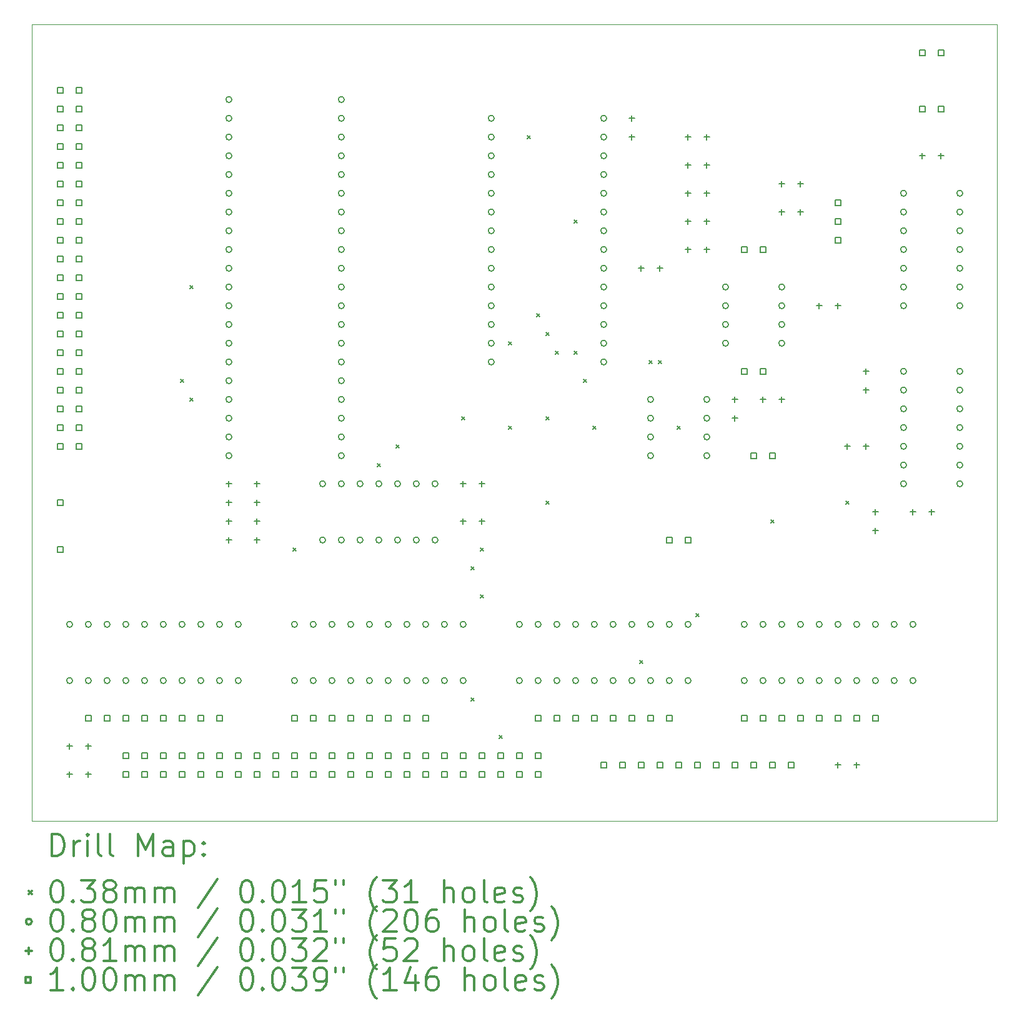
<source format=gbr>
%FSLAX45Y45*%
G04 Gerber Fmt 4.5, Leading zero omitted, Abs format (unit mm)*
G04 Created by KiCad (PCBNEW 4.0.5) date 04/19/17 22:25:39*
%MOMM*%
%LPD*%
G01*
G04 APERTURE LIST*
%ADD10C,0.127000*%
%ADD11C,0.100000*%
%ADD12C,0.200000*%
%ADD13C,0.300000*%
G04 APERTURE END LIST*
D10*
D11*
X3175000Y-6350000D02*
X3175000Y-17145000D01*
X16256000Y-6350000D02*
X3175000Y-6350000D01*
X16256000Y-17145000D02*
X16256000Y-6350000D01*
X3175000Y-17145000D02*
X16256000Y-17145000D01*
D12*
X5187950Y-11156950D02*
X5226050Y-11195050D01*
X5226050Y-11156950D02*
X5187950Y-11195050D01*
X5314950Y-9886950D02*
X5353050Y-9925050D01*
X5353050Y-9886950D02*
X5314950Y-9925050D01*
X5314950Y-11410950D02*
X5353050Y-11449050D01*
X5353050Y-11410950D02*
X5314950Y-11449050D01*
X6711950Y-13442950D02*
X6750050Y-13481050D01*
X6750050Y-13442950D02*
X6711950Y-13481050D01*
X7854950Y-12299950D02*
X7893050Y-12338050D01*
X7893050Y-12299950D02*
X7854950Y-12338050D01*
X8108950Y-12045950D02*
X8147050Y-12084050D01*
X8147050Y-12045950D02*
X8108950Y-12084050D01*
X8997950Y-11664950D02*
X9036050Y-11703050D01*
X9036050Y-11664950D02*
X8997950Y-11703050D01*
X9124950Y-13696950D02*
X9163050Y-13735050D01*
X9163050Y-13696950D02*
X9124950Y-13735050D01*
X9124950Y-15474950D02*
X9163050Y-15513050D01*
X9163050Y-15474950D02*
X9124950Y-15513050D01*
X9251950Y-13442950D02*
X9290050Y-13481050D01*
X9290050Y-13442950D02*
X9251950Y-13481050D01*
X9251950Y-14077950D02*
X9290050Y-14116050D01*
X9290050Y-14077950D02*
X9251950Y-14116050D01*
X9505950Y-15982950D02*
X9544050Y-16021050D01*
X9544050Y-15982950D02*
X9505950Y-16021050D01*
X9632950Y-10648950D02*
X9671050Y-10687050D01*
X9671050Y-10648950D02*
X9632950Y-10687050D01*
X9632950Y-11791950D02*
X9671050Y-11830050D01*
X9671050Y-11791950D02*
X9632950Y-11830050D01*
X9886950Y-7854950D02*
X9925050Y-7893050D01*
X9925050Y-7854950D02*
X9886950Y-7893050D01*
X10013950Y-10267950D02*
X10052050Y-10306050D01*
X10052050Y-10267950D02*
X10013950Y-10306050D01*
X10140950Y-10521950D02*
X10179050Y-10560050D01*
X10179050Y-10521950D02*
X10140950Y-10560050D01*
X10140950Y-11664950D02*
X10179050Y-11703050D01*
X10179050Y-11664950D02*
X10140950Y-11703050D01*
X10140950Y-12807950D02*
X10179050Y-12846050D01*
X10179050Y-12807950D02*
X10140950Y-12846050D01*
X10267950Y-10775950D02*
X10306050Y-10814050D01*
X10306050Y-10775950D02*
X10267950Y-10814050D01*
X10521950Y-8997950D02*
X10560050Y-9036050D01*
X10560050Y-8997950D02*
X10521950Y-9036050D01*
X10521950Y-10775950D02*
X10560050Y-10814050D01*
X10560050Y-10775950D02*
X10521950Y-10814050D01*
X10648950Y-11156950D02*
X10687050Y-11195050D01*
X10687050Y-11156950D02*
X10648950Y-11195050D01*
X10775950Y-11791950D02*
X10814050Y-11830050D01*
X10814050Y-11791950D02*
X10775950Y-11830050D01*
X11410950Y-14966950D02*
X11449050Y-15005050D01*
X11449050Y-14966950D02*
X11410950Y-15005050D01*
X11537950Y-10902950D02*
X11576050Y-10941050D01*
X11576050Y-10902950D02*
X11537950Y-10941050D01*
X11664950Y-10902950D02*
X11703050Y-10941050D01*
X11703050Y-10902950D02*
X11664950Y-10941050D01*
X11918950Y-11791950D02*
X11957050Y-11830050D01*
X11957050Y-11791950D02*
X11918950Y-11830050D01*
X12172950Y-14331950D02*
X12211050Y-14370050D01*
X12211050Y-14331950D02*
X12172950Y-14370050D01*
X13188950Y-13061950D02*
X13227050Y-13100050D01*
X13227050Y-13061950D02*
X13188950Y-13100050D01*
X14204950Y-12807950D02*
X14243050Y-12846050D01*
X14243050Y-12807950D02*
X14204950Y-12846050D01*
X3723000Y-14478000D02*
G75*
G03X3723000Y-14478000I-40000J0D01*
G01*
X3723000Y-15240000D02*
G75*
G03X3723000Y-15240000I-40000J0D01*
G01*
X3977000Y-14478000D02*
G75*
G03X3977000Y-14478000I-40000J0D01*
G01*
X3977000Y-15240000D02*
G75*
G03X3977000Y-15240000I-40000J0D01*
G01*
X4231000Y-14478000D02*
G75*
G03X4231000Y-14478000I-40000J0D01*
G01*
X4231000Y-15240000D02*
G75*
G03X4231000Y-15240000I-40000J0D01*
G01*
X4485000Y-14478000D02*
G75*
G03X4485000Y-14478000I-40000J0D01*
G01*
X4485000Y-15240000D02*
G75*
G03X4485000Y-15240000I-40000J0D01*
G01*
X4739000Y-14478000D02*
G75*
G03X4739000Y-14478000I-40000J0D01*
G01*
X4739000Y-15240000D02*
G75*
G03X4739000Y-15240000I-40000J0D01*
G01*
X4993000Y-14478000D02*
G75*
G03X4993000Y-14478000I-40000J0D01*
G01*
X4993000Y-15240000D02*
G75*
G03X4993000Y-15240000I-40000J0D01*
G01*
X5247000Y-14478000D02*
G75*
G03X5247000Y-14478000I-40000J0D01*
G01*
X5247000Y-15240000D02*
G75*
G03X5247000Y-15240000I-40000J0D01*
G01*
X5501000Y-14478000D02*
G75*
G03X5501000Y-14478000I-40000J0D01*
G01*
X5501000Y-15240000D02*
G75*
G03X5501000Y-15240000I-40000J0D01*
G01*
X5755000Y-14478000D02*
G75*
G03X5755000Y-14478000I-40000J0D01*
G01*
X5755000Y-15240000D02*
G75*
G03X5755000Y-15240000I-40000J0D01*
G01*
X5882000Y-7366000D02*
G75*
G03X5882000Y-7366000I-40000J0D01*
G01*
X5882000Y-7620000D02*
G75*
G03X5882000Y-7620000I-40000J0D01*
G01*
X5882000Y-7874000D02*
G75*
G03X5882000Y-7874000I-40000J0D01*
G01*
X5882000Y-8128000D02*
G75*
G03X5882000Y-8128000I-40000J0D01*
G01*
X5882000Y-8382000D02*
G75*
G03X5882000Y-8382000I-40000J0D01*
G01*
X5882000Y-8636000D02*
G75*
G03X5882000Y-8636000I-40000J0D01*
G01*
X5882000Y-8890000D02*
G75*
G03X5882000Y-8890000I-40000J0D01*
G01*
X5882000Y-9144000D02*
G75*
G03X5882000Y-9144000I-40000J0D01*
G01*
X5882000Y-9398000D02*
G75*
G03X5882000Y-9398000I-40000J0D01*
G01*
X5882000Y-9652000D02*
G75*
G03X5882000Y-9652000I-40000J0D01*
G01*
X5882000Y-9906000D02*
G75*
G03X5882000Y-9906000I-40000J0D01*
G01*
X5882000Y-10160000D02*
G75*
G03X5882000Y-10160000I-40000J0D01*
G01*
X5882000Y-10414000D02*
G75*
G03X5882000Y-10414000I-40000J0D01*
G01*
X5882000Y-10668000D02*
G75*
G03X5882000Y-10668000I-40000J0D01*
G01*
X5882000Y-10922000D02*
G75*
G03X5882000Y-10922000I-40000J0D01*
G01*
X5882000Y-11176000D02*
G75*
G03X5882000Y-11176000I-40000J0D01*
G01*
X5882000Y-11430000D02*
G75*
G03X5882000Y-11430000I-40000J0D01*
G01*
X5882000Y-11684000D02*
G75*
G03X5882000Y-11684000I-40000J0D01*
G01*
X5882000Y-11938000D02*
G75*
G03X5882000Y-11938000I-40000J0D01*
G01*
X5882000Y-12192000D02*
G75*
G03X5882000Y-12192000I-40000J0D01*
G01*
X6009000Y-14478000D02*
G75*
G03X6009000Y-14478000I-40000J0D01*
G01*
X6009000Y-15240000D02*
G75*
G03X6009000Y-15240000I-40000J0D01*
G01*
X6771000Y-14478000D02*
G75*
G03X6771000Y-14478000I-40000J0D01*
G01*
X6771000Y-15240000D02*
G75*
G03X6771000Y-15240000I-40000J0D01*
G01*
X7025000Y-14478000D02*
G75*
G03X7025000Y-14478000I-40000J0D01*
G01*
X7025000Y-15240000D02*
G75*
G03X7025000Y-15240000I-40000J0D01*
G01*
X7152000Y-12573000D02*
G75*
G03X7152000Y-12573000I-40000J0D01*
G01*
X7152000Y-13335000D02*
G75*
G03X7152000Y-13335000I-40000J0D01*
G01*
X7279000Y-14478000D02*
G75*
G03X7279000Y-14478000I-40000J0D01*
G01*
X7279000Y-15240000D02*
G75*
G03X7279000Y-15240000I-40000J0D01*
G01*
X7406000Y-7366000D02*
G75*
G03X7406000Y-7366000I-40000J0D01*
G01*
X7406000Y-7620000D02*
G75*
G03X7406000Y-7620000I-40000J0D01*
G01*
X7406000Y-7874000D02*
G75*
G03X7406000Y-7874000I-40000J0D01*
G01*
X7406000Y-8128000D02*
G75*
G03X7406000Y-8128000I-40000J0D01*
G01*
X7406000Y-8382000D02*
G75*
G03X7406000Y-8382000I-40000J0D01*
G01*
X7406000Y-8636000D02*
G75*
G03X7406000Y-8636000I-40000J0D01*
G01*
X7406000Y-8890000D02*
G75*
G03X7406000Y-8890000I-40000J0D01*
G01*
X7406000Y-9144000D02*
G75*
G03X7406000Y-9144000I-40000J0D01*
G01*
X7406000Y-9398000D02*
G75*
G03X7406000Y-9398000I-40000J0D01*
G01*
X7406000Y-9652000D02*
G75*
G03X7406000Y-9652000I-40000J0D01*
G01*
X7406000Y-9906000D02*
G75*
G03X7406000Y-9906000I-40000J0D01*
G01*
X7406000Y-10160000D02*
G75*
G03X7406000Y-10160000I-40000J0D01*
G01*
X7406000Y-10414000D02*
G75*
G03X7406000Y-10414000I-40000J0D01*
G01*
X7406000Y-10668000D02*
G75*
G03X7406000Y-10668000I-40000J0D01*
G01*
X7406000Y-10922000D02*
G75*
G03X7406000Y-10922000I-40000J0D01*
G01*
X7406000Y-11176000D02*
G75*
G03X7406000Y-11176000I-40000J0D01*
G01*
X7406000Y-11430000D02*
G75*
G03X7406000Y-11430000I-40000J0D01*
G01*
X7406000Y-11684000D02*
G75*
G03X7406000Y-11684000I-40000J0D01*
G01*
X7406000Y-11938000D02*
G75*
G03X7406000Y-11938000I-40000J0D01*
G01*
X7406000Y-12192000D02*
G75*
G03X7406000Y-12192000I-40000J0D01*
G01*
X7406000Y-12573000D02*
G75*
G03X7406000Y-12573000I-40000J0D01*
G01*
X7406000Y-13335000D02*
G75*
G03X7406000Y-13335000I-40000J0D01*
G01*
X7533000Y-14478000D02*
G75*
G03X7533000Y-14478000I-40000J0D01*
G01*
X7533000Y-15240000D02*
G75*
G03X7533000Y-15240000I-40000J0D01*
G01*
X7660000Y-12573000D02*
G75*
G03X7660000Y-12573000I-40000J0D01*
G01*
X7660000Y-13335000D02*
G75*
G03X7660000Y-13335000I-40000J0D01*
G01*
X7787000Y-14478000D02*
G75*
G03X7787000Y-14478000I-40000J0D01*
G01*
X7787000Y-15240000D02*
G75*
G03X7787000Y-15240000I-40000J0D01*
G01*
X7914000Y-12573000D02*
G75*
G03X7914000Y-12573000I-40000J0D01*
G01*
X7914000Y-13335000D02*
G75*
G03X7914000Y-13335000I-40000J0D01*
G01*
X8041000Y-14478000D02*
G75*
G03X8041000Y-14478000I-40000J0D01*
G01*
X8041000Y-15240000D02*
G75*
G03X8041000Y-15240000I-40000J0D01*
G01*
X8168000Y-12573000D02*
G75*
G03X8168000Y-12573000I-40000J0D01*
G01*
X8168000Y-13335000D02*
G75*
G03X8168000Y-13335000I-40000J0D01*
G01*
X8295000Y-14478000D02*
G75*
G03X8295000Y-14478000I-40000J0D01*
G01*
X8295000Y-15240000D02*
G75*
G03X8295000Y-15240000I-40000J0D01*
G01*
X8422000Y-12573000D02*
G75*
G03X8422000Y-12573000I-40000J0D01*
G01*
X8422000Y-13335000D02*
G75*
G03X8422000Y-13335000I-40000J0D01*
G01*
X8549000Y-14478000D02*
G75*
G03X8549000Y-14478000I-40000J0D01*
G01*
X8549000Y-15240000D02*
G75*
G03X8549000Y-15240000I-40000J0D01*
G01*
X8676000Y-12573000D02*
G75*
G03X8676000Y-12573000I-40000J0D01*
G01*
X8676000Y-13335000D02*
G75*
G03X8676000Y-13335000I-40000J0D01*
G01*
X8803000Y-14478000D02*
G75*
G03X8803000Y-14478000I-40000J0D01*
G01*
X8803000Y-15240000D02*
G75*
G03X8803000Y-15240000I-40000J0D01*
G01*
X9057000Y-14478000D02*
G75*
G03X9057000Y-14478000I-40000J0D01*
G01*
X9057000Y-15240000D02*
G75*
G03X9057000Y-15240000I-40000J0D01*
G01*
X9438000Y-7620000D02*
G75*
G03X9438000Y-7620000I-40000J0D01*
G01*
X9438000Y-7874000D02*
G75*
G03X9438000Y-7874000I-40000J0D01*
G01*
X9438000Y-8128000D02*
G75*
G03X9438000Y-8128000I-40000J0D01*
G01*
X9438000Y-8382000D02*
G75*
G03X9438000Y-8382000I-40000J0D01*
G01*
X9438000Y-8636000D02*
G75*
G03X9438000Y-8636000I-40000J0D01*
G01*
X9438000Y-8890000D02*
G75*
G03X9438000Y-8890000I-40000J0D01*
G01*
X9438000Y-9144000D02*
G75*
G03X9438000Y-9144000I-40000J0D01*
G01*
X9438000Y-9398000D02*
G75*
G03X9438000Y-9398000I-40000J0D01*
G01*
X9438000Y-9652000D02*
G75*
G03X9438000Y-9652000I-40000J0D01*
G01*
X9438000Y-9906000D02*
G75*
G03X9438000Y-9906000I-40000J0D01*
G01*
X9438000Y-10160000D02*
G75*
G03X9438000Y-10160000I-40000J0D01*
G01*
X9438000Y-10414000D02*
G75*
G03X9438000Y-10414000I-40000J0D01*
G01*
X9438000Y-10668000D02*
G75*
G03X9438000Y-10668000I-40000J0D01*
G01*
X9438000Y-10922000D02*
G75*
G03X9438000Y-10922000I-40000J0D01*
G01*
X9819000Y-14478000D02*
G75*
G03X9819000Y-14478000I-40000J0D01*
G01*
X9819000Y-15240000D02*
G75*
G03X9819000Y-15240000I-40000J0D01*
G01*
X10073000Y-14478000D02*
G75*
G03X10073000Y-14478000I-40000J0D01*
G01*
X10073000Y-15240000D02*
G75*
G03X10073000Y-15240000I-40000J0D01*
G01*
X10327000Y-14478000D02*
G75*
G03X10327000Y-14478000I-40000J0D01*
G01*
X10327000Y-15240000D02*
G75*
G03X10327000Y-15240000I-40000J0D01*
G01*
X10581000Y-14478000D02*
G75*
G03X10581000Y-14478000I-40000J0D01*
G01*
X10581000Y-15240000D02*
G75*
G03X10581000Y-15240000I-40000J0D01*
G01*
X10835000Y-14478000D02*
G75*
G03X10835000Y-14478000I-40000J0D01*
G01*
X10835000Y-15240000D02*
G75*
G03X10835000Y-15240000I-40000J0D01*
G01*
X10962000Y-7620000D02*
G75*
G03X10962000Y-7620000I-40000J0D01*
G01*
X10962000Y-7874000D02*
G75*
G03X10962000Y-7874000I-40000J0D01*
G01*
X10962000Y-8128000D02*
G75*
G03X10962000Y-8128000I-40000J0D01*
G01*
X10962000Y-8382000D02*
G75*
G03X10962000Y-8382000I-40000J0D01*
G01*
X10962000Y-8636000D02*
G75*
G03X10962000Y-8636000I-40000J0D01*
G01*
X10962000Y-8890000D02*
G75*
G03X10962000Y-8890000I-40000J0D01*
G01*
X10962000Y-9144000D02*
G75*
G03X10962000Y-9144000I-40000J0D01*
G01*
X10962000Y-9398000D02*
G75*
G03X10962000Y-9398000I-40000J0D01*
G01*
X10962000Y-9652000D02*
G75*
G03X10962000Y-9652000I-40000J0D01*
G01*
X10962000Y-9906000D02*
G75*
G03X10962000Y-9906000I-40000J0D01*
G01*
X10962000Y-10160000D02*
G75*
G03X10962000Y-10160000I-40000J0D01*
G01*
X10962000Y-10414000D02*
G75*
G03X10962000Y-10414000I-40000J0D01*
G01*
X10962000Y-10668000D02*
G75*
G03X10962000Y-10668000I-40000J0D01*
G01*
X10962000Y-10922000D02*
G75*
G03X10962000Y-10922000I-40000J0D01*
G01*
X11089000Y-14478000D02*
G75*
G03X11089000Y-14478000I-40000J0D01*
G01*
X11089000Y-15240000D02*
G75*
G03X11089000Y-15240000I-40000J0D01*
G01*
X11343000Y-14478000D02*
G75*
G03X11343000Y-14478000I-40000J0D01*
G01*
X11343000Y-15240000D02*
G75*
G03X11343000Y-15240000I-40000J0D01*
G01*
X11597000Y-11430000D02*
G75*
G03X11597000Y-11430000I-40000J0D01*
G01*
X11597000Y-11684000D02*
G75*
G03X11597000Y-11684000I-40000J0D01*
G01*
X11597000Y-11938000D02*
G75*
G03X11597000Y-11938000I-40000J0D01*
G01*
X11597000Y-12192000D02*
G75*
G03X11597000Y-12192000I-40000J0D01*
G01*
X11597000Y-14478000D02*
G75*
G03X11597000Y-14478000I-40000J0D01*
G01*
X11597000Y-15240000D02*
G75*
G03X11597000Y-15240000I-40000J0D01*
G01*
X11851000Y-14478000D02*
G75*
G03X11851000Y-14478000I-40000J0D01*
G01*
X11851000Y-15240000D02*
G75*
G03X11851000Y-15240000I-40000J0D01*
G01*
X12105000Y-14478000D02*
G75*
G03X12105000Y-14478000I-40000J0D01*
G01*
X12105000Y-15240000D02*
G75*
G03X12105000Y-15240000I-40000J0D01*
G01*
X12359000Y-11430000D02*
G75*
G03X12359000Y-11430000I-40000J0D01*
G01*
X12359000Y-11684000D02*
G75*
G03X12359000Y-11684000I-40000J0D01*
G01*
X12359000Y-11938000D02*
G75*
G03X12359000Y-11938000I-40000J0D01*
G01*
X12359000Y-12192000D02*
G75*
G03X12359000Y-12192000I-40000J0D01*
G01*
X12613000Y-9906000D02*
G75*
G03X12613000Y-9906000I-40000J0D01*
G01*
X12613000Y-10160000D02*
G75*
G03X12613000Y-10160000I-40000J0D01*
G01*
X12613000Y-10414000D02*
G75*
G03X12613000Y-10414000I-40000J0D01*
G01*
X12613000Y-10668000D02*
G75*
G03X12613000Y-10668000I-40000J0D01*
G01*
X12867000Y-14478000D02*
G75*
G03X12867000Y-14478000I-40000J0D01*
G01*
X12867000Y-15240000D02*
G75*
G03X12867000Y-15240000I-40000J0D01*
G01*
X13121000Y-14478000D02*
G75*
G03X13121000Y-14478000I-40000J0D01*
G01*
X13121000Y-15240000D02*
G75*
G03X13121000Y-15240000I-40000J0D01*
G01*
X13375000Y-9906000D02*
G75*
G03X13375000Y-9906000I-40000J0D01*
G01*
X13375000Y-10160000D02*
G75*
G03X13375000Y-10160000I-40000J0D01*
G01*
X13375000Y-10414000D02*
G75*
G03X13375000Y-10414000I-40000J0D01*
G01*
X13375000Y-10668000D02*
G75*
G03X13375000Y-10668000I-40000J0D01*
G01*
X13375000Y-14478000D02*
G75*
G03X13375000Y-14478000I-40000J0D01*
G01*
X13375000Y-15240000D02*
G75*
G03X13375000Y-15240000I-40000J0D01*
G01*
X13629000Y-14478000D02*
G75*
G03X13629000Y-14478000I-40000J0D01*
G01*
X13629000Y-15240000D02*
G75*
G03X13629000Y-15240000I-40000J0D01*
G01*
X13883000Y-14478000D02*
G75*
G03X13883000Y-14478000I-40000J0D01*
G01*
X13883000Y-15240000D02*
G75*
G03X13883000Y-15240000I-40000J0D01*
G01*
X14137000Y-14478000D02*
G75*
G03X14137000Y-14478000I-40000J0D01*
G01*
X14137000Y-15240000D02*
G75*
G03X14137000Y-15240000I-40000J0D01*
G01*
X14391000Y-14478000D02*
G75*
G03X14391000Y-14478000I-40000J0D01*
G01*
X14391000Y-15240000D02*
G75*
G03X14391000Y-15240000I-40000J0D01*
G01*
X14645000Y-14478000D02*
G75*
G03X14645000Y-14478000I-40000J0D01*
G01*
X14645000Y-15240000D02*
G75*
G03X14645000Y-15240000I-40000J0D01*
G01*
X14899000Y-14478000D02*
G75*
G03X14899000Y-14478000I-40000J0D01*
G01*
X14899000Y-15240000D02*
G75*
G03X14899000Y-15240000I-40000J0D01*
G01*
X15026000Y-8636000D02*
G75*
G03X15026000Y-8636000I-40000J0D01*
G01*
X15026000Y-8890000D02*
G75*
G03X15026000Y-8890000I-40000J0D01*
G01*
X15026000Y-9144000D02*
G75*
G03X15026000Y-9144000I-40000J0D01*
G01*
X15026000Y-9398000D02*
G75*
G03X15026000Y-9398000I-40000J0D01*
G01*
X15026000Y-9652000D02*
G75*
G03X15026000Y-9652000I-40000J0D01*
G01*
X15026000Y-9906000D02*
G75*
G03X15026000Y-9906000I-40000J0D01*
G01*
X15026000Y-10160000D02*
G75*
G03X15026000Y-10160000I-40000J0D01*
G01*
X15026000Y-11049000D02*
G75*
G03X15026000Y-11049000I-40000J0D01*
G01*
X15026000Y-11303000D02*
G75*
G03X15026000Y-11303000I-40000J0D01*
G01*
X15026000Y-11557000D02*
G75*
G03X15026000Y-11557000I-40000J0D01*
G01*
X15026000Y-11811000D02*
G75*
G03X15026000Y-11811000I-40000J0D01*
G01*
X15026000Y-12065000D02*
G75*
G03X15026000Y-12065000I-40000J0D01*
G01*
X15026000Y-12319000D02*
G75*
G03X15026000Y-12319000I-40000J0D01*
G01*
X15026000Y-12573000D02*
G75*
G03X15026000Y-12573000I-40000J0D01*
G01*
X15153000Y-14478000D02*
G75*
G03X15153000Y-14478000I-40000J0D01*
G01*
X15153000Y-15240000D02*
G75*
G03X15153000Y-15240000I-40000J0D01*
G01*
X15788000Y-8636000D02*
G75*
G03X15788000Y-8636000I-40000J0D01*
G01*
X15788000Y-8890000D02*
G75*
G03X15788000Y-8890000I-40000J0D01*
G01*
X15788000Y-9144000D02*
G75*
G03X15788000Y-9144000I-40000J0D01*
G01*
X15788000Y-9398000D02*
G75*
G03X15788000Y-9398000I-40000J0D01*
G01*
X15788000Y-9652000D02*
G75*
G03X15788000Y-9652000I-40000J0D01*
G01*
X15788000Y-9906000D02*
G75*
G03X15788000Y-9906000I-40000J0D01*
G01*
X15788000Y-10160000D02*
G75*
G03X15788000Y-10160000I-40000J0D01*
G01*
X15788000Y-11049000D02*
G75*
G03X15788000Y-11049000I-40000J0D01*
G01*
X15788000Y-11303000D02*
G75*
G03X15788000Y-11303000I-40000J0D01*
G01*
X15788000Y-11557000D02*
G75*
G03X15788000Y-11557000I-40000J0D01*
G01*
X15788000Y-11811000D02*
G75*
G03X15788000Y-11811000I-40000J0D01*
G01*
X15788000Y-12065000D02*
G75*
G03X15788000Y-12065000I-40000J0D01*
G01*
X15788000Y-12319000D02*
G75*
G03X15788000Y-12319000I-40000J0D01*
G01*
X15788000Y-12573000D02*
G75*
G03X15788000Y-12573000I-40000J0D01*
G01*
X3683000Y-16088360D02*
X3683000Y-16169640D01*
X3642360Y-16129000D02*
X3723640Y-16129000D01*
X3683000Y-16469360D02*
X3683000Y-16550640D01*
X3642360Y-16510000D02*
X3723640Y-16510000D01*
X3937000Y-16088360D02*
X3937000Y-16169640D01*
X3896360Y-16129000D02*
X3977640Y-16129000D01*
X3937000Y-16469360D02*
X3937000Y-16550640D01*
X3896360Y-16510000D02*
X3977640Y-16510000D01*
X5842000Y-12532360D02*
X5842000Y-12613640D01*
X5801360Y-12573000D02*
X5882640Y-12573000D01*
X5842000Y-12786360D02*
X5842000Y-12867640D01*
X5801360Y-12827000D02*
X5882640Y-12827000D01*
X5842000Y-13040360D02*
X5842000Y-13121640D01*
X5801360Y-13081000D02*
X5882640Y-13081000D01*
X5842000Y-13294360D02*
X5842000Y-13375640D01*
X5801360Y-13335000D02*
X5882640Y-13335000D01*
X6223000Y-12532360D02*
X6223000Y-12613640D01*
X6182360Y-12573000D02*
X6263640Y-12573000D01*
X6223000Y-12786360D02*
X6223000Y-12867640D01*
X6182360Y-12827000D02*
X6263640Y-12827000D01*
X6223000Y-13040360D02*
X6223000Y-13121640D01*
X6182360Y-13081000D02*
X6263640Y-13081000D01*
X6223000Y-13294360D02*
X6223000Y-13375640D01*
X6182360Y-13335000D02*
X6263640Y-13335000D01*
X9017000Y-12532360D02*
X9017000Y-12613640D01*
X8976360Y-12573000D02*
X9057640Y-12573000D01*
X9017000Y-13040360D02*
X9017000Y-13121640D01*
X8976360Y-13081000D02*
X9057640Y-13081000D01*
X9271000Y-12532360D02*
X9271000Y-12613640D01*
X9230360Y-12573000D02*
X9311640Y-12573000D01*
X9271000Y-13040360D02*
X9271000Y-13121640D01*
X9230360Y-13081000D02*
X9311640Y-13081000D01*
X11303000Y-7579360D02*
X11303000Y-7660640D01*
X11262360Y-7620000D02*
X11343640Y-7620000D01*
X11303000Y-7833360D02*
X11303000Y-7914640D01*
X11262360Y-7874000D02*
X11343640Y-7874000D01*
X11430000Y-9611360D02*
X11430000Y-9692640D01*
X11389360Y-9652000D02*
X11470640Y-9652000D01*
X11684000Y-9611360D02*
X11684000Y-9692640D01*
X11643360Y-9652000D02*
X11724640Y-9652000D01*
X12065000Y-7833360D02*
X12065000Y-7914640D01*
X12024360Y-7874000D02*
X12105640Y-7874000D01*
X12065000Y-8214360D02*
X12065000Y-8295640D01*
X12024360Y-8255000D02*
X12105640Y-8255000D01*
X12065000Y-8595360D02*
X12065000Y-8676640D01*
X12024360Y-8636000D02*
X12105640Y-8636000D01*
X12065000Y-8976360D02*
X12065000Y-9057640D01*
X12024360Y-9017000D02*
X12105640Y-9017000D01*
X12065000Y-9357360D02*
X12065000Y-9438640D01*
X12024360Y-9398000D02*
X12105640Y-9398000D01*
X12319000Y-7833360D02*
X12319000Y-7914640D01*
X12278360Y-7874000D02*
X12359640Y-7874000D01*
X12319000Y-8214360D02*
X12319000Y-8295640D01*
X12278360Y-8255000D02*
X12359640Y-8255000D01*
X12319000Y-8595360D02*
X12319000Y-8676640D01*
X12278360Y-8636000D02*
X12359640Y-8636000D01*
X12319000Y-8976360D02*
X12319000Y-9057640D01*
X12278360Y-9017000D02*
X12359640Y-9017000D01*
X12319000Y-9357360D02*
X12319000Y-9438640D01*
X12278360Y-9398000D02*
X12359640Y-9398000D01*
X12700000Y-11389360D02*
X12700000Y-11470640D01*
X12659360Y-11430000D02*
X12740640Y-11430000D01*
X12700000Y-11643360D02*
X12700000Y-11724640D01*
X12659360Y-11684000D02*
X12740640Y-11684000D01*
X13081000Y-11389360D02*
X13081000Y-11470640D01*
X13040360Y-11430000D02*
X13121640Y-11430000D01*
X13335000Y-8468360D02*
X13335000Y-8549640D01*
X13294360Y-8509000D02*
X13375640Y-8509000D01*
X13335000Y-8849360D02*
X13335000Y-8930640D01*
X13294360Y-8890000D02*
X13375640Y-8890000D01*
X13335000Y-11389360D02*
X13335000Y-11470640D01*
X13294360Y-11430000D02*
X13375640Y-11430000D01*
X13589000Y-8468360D02*
X13589000Y-8549640D01*
X13548360Y-8509000D02*
X13629640Y-8509000D01*
X13589000Y-8849360D02*
X13589000Y-8930640D01*
X13548360Y-8890000D02*
X13629640Y-8890000D01*
X13843000Y-10119360D02*
X13843000Y-10200640D01*
X13802360Y-10160000D02*
X13883640Y-10160000D01*
X14097000Y-10119360D02*
X14097000Y-10200640D01*
X14056360Y-10160000D02*
X14137640Y-10160000D01*
X14097000Y-16342360D02*
X14097000Y-16423640D01*
X14056360Y-16383000D02*
X14137640Y-16383000D01*
X14224000Y-12024360D02*
X14224000Y-12105640D01*
X14183360Y-12065000D02*
X14264640Y-12065000D01*
X14351000Y-16342360D02*
X14351000Y-16423640D01*
X14310360Y-16383000D02*
X14391640Y-16383000D01*
X14478000Y-11008360D02*
X14478000Y-11089640D01*
X14437360Y-11049000D02*
X14518640Y-11049000D01*
X14478000Y-11262360D02*
X14478000Y-11343640D01*
X14437360Y-11303000D02*
X14518640Y-11303000D01*
X14478000Y-12024360D02*
X14478000Y-12105640D01*
X14437360Y-12065000D02*
X14518640Y-12065000D01*
X14605000Y-12913360D02*
X14605000Y-12994640D01*
X14564360Y-12954000D02*
X14645640Y-12954000D01*
X14605000Y-13167360D02*
X14605000Y-13248640D01*
X14564360Y-13208000D02*
X14645640Y-13208000D01*
X15113000Y-12913360D02*
X15113000Y-12994640D01*
X15072360Y-12954000D02*
X15153640Y-12954000D01*
X15240000Y-8087360D02*
X15240000Y-8168640D01*
X15199360Y-8128000D02*
X15280640Y-8128000D01*
X15367000Y-12913360D02*
X15367000Y-12994640D01*
X15326360Y-12954000D02*
X15407640Y-12954000D01*
X15494000Y-8087360D02*
X15494000Y-8168640D01*
X15453360Y-8128000D02*
X15534640Y-8128000D01*
X3591356Y-7274356D02*
X3591356Y-7203644D01*
X3520644Y-7203644D01*
X3520644Y-7274356D01*
X3591356Y-7274356D01*
X3591356Y-7528356D02*
X3591356Y-7457644D01*
X3520644Y-7457644D01*
X3520644Y-7528356D01*
X3591356Y-7528356D01*
X3591356Y-7782356D02*
X3591356Y-7711644D01*
X3520644Y-7711644D01*
X3520644Y-7782356D01*
X3591356Y-7782356D01*
X3591356Y-8036356D02*
X3591356Y-7965644D01*
X3520644Y-7965644D01*
X3520644Y-8036356D01*
X3591356Y-8036356D01*
X3591356Y-8290356D02*
X3591356Y-8219644D01*
X3520644Y-8219644D01*
X3520644Y-8290356D01*
X3591356Y-8290356D01*
X3591356Y-8544356D02*
X3591356Y-8473644D01*
X3520644Y-8473644D01*
X3520644Y-8544356D01*
X3591356Y-8544356D01*
X3591356Y-8798356D02*
X3591356Y-8727644D01*
X3520644Y-8727644D01*
X3520644Y-8798356D01*
X3591356Y-8798356D01*
X3591356Y-9052356D02*
X3591356Y-8981644D01*
X3520644Y-8981644D01*
X3520644Y-9052356D01*
X3591356Y-9052356D01*
X3591356Y-9306356D02*
X3591356Y-9235644D01*
X3520644Y-9235644D01*
X3520644Y-9306356D01*
X3591356Y-9306356D01*
X3591356Y-9560356D02*
X3591356Y-9489644D01*
X3520644Y-9489644D01*
X3520644Y-9560356D01*
X3591356Y-9560356D01*
X3591356Y-9814356D02*
X3591356Y-9743644D01*
X3520644Y-9743644D01*
X3520644Y-9814356D01*
X3591356Y-9814356D01*
X3591356Y-10068356D02*
X3591356Y-9997644D01*
X3520644Y-9997644D01*
X3520644Y-10068356D01*
X3591356Y-10068356D01*
X3591356Y-10322356D02*
X3591356Y-10251644D01*
X3520644Y-10251644D01*
X3520644Y-10322356D01*
X3591356Y-10322356D01*
X3591356Y-10576356D02*
X3591356Y-10505644D01*
X3520644Y-10505644D01*
X3520644Y-10576356D01*
X3591356Y-10576356D01*
X3591356Y-10830356D02*
X3591356Y-10759644D01*
X3520644Y-10759644D01*
X3520644Y-10830356D01*
X3591356Y-10830356D01*
X3591356Y-11084356D02*
X3591356Y-11013644D01*
X3520644Y-11013644D01*
X3520644Y-11084356D01*
X3591356Y-11084356D01*
X3591356Y-11338356D02*
X3591356Y-11267644D01*
X3520644Y-11267644D01*
X3520644Y-11338356D01*
X3591356Y-11338356D01*
X3591356Y-11592356D02*
X3591356Y-11521644D01*
X3520644Y-11521644D01*
X3520644Y-11592356D01*
X3591356Y-11592356D01*
X3591356Y-11846356D02*
X3591356Y-11775644D01*
X3520644Y-11775644D01*
X3520644Y-11846356D01*
X3591356Y-11846356D01*
X3591356Y-12100356D02*
X3591356Y-12029644D01*
X3520644Y-12029644D01*
X3520644Y-12100356D01*
X3591356Y-12100356D01*
X3591356Y-12862356D02*
X3591356Y-12791644D01*
X3520644Y-12791644D01*
X3520644Y-12862356D01*
X3591356Y-12862356D01*
X3591356Y-13497356D02*
X3591356Y-13426644D01*
X3520644Y-13426644D01*
X3520644Y-13497356D01*
X3591356Y-13497356D01*
X3845356Y-7274356D02*
X3845356Y-7203644D01*
X3774644Y-7203644D01*
X3774644Y-7274356D01*
X3845356Y-7274356D01*
X3845356Y-7528356D02*
X3845356Y-7457644D01*
X3774644Y-7457644D01*
X3774644Y-7528356D01*
X3845356Y-7528356D01*
X3845356Y-7782356D02*
X3845356Y-7711644D01*
X3774644Y-7711644D01*
X3774644Y-7782356D01*
X3845356Y-7782356D01*
X3845356Y-8036356D02*
X3845356Y-7965644D01*
X3774644Y-7965644D01*
X3774644Y-8036356D01*
X3845356Y-8036356D01*
X3845356Y-8290356D02*
X3845356Y-8219644D01*
X3774644Y-8219644D01*
X3774644Y-8290356D01*
X3845356Y-8290356D01*
X3845356Y-8544356D02*
X3845356Y-8473644D01*
X3774644Y-8473644D01*
X3774644Y-8544356D01*
X3845356Y-8544356D01*
X3845356Y-8798356D02*
X3845356Y-8727644D01*
X3774644Y-8727644D01*
X3774644Y-8798356D01*
X3845356Y-8798356D01*
X3845356Y-9052356D02*
X3845356Y-8981644D01*
X3774644Y-8981644D01*
X3774644Y-9052356D01*
X3845356Y-9052356D01*
X3845356Y-9306356D02*
X3845356Y-9235644D01*
X3774644Y-9235644D01*
X3774644Y-9306356D01*
X3845356Y-9306356D01*
X3845356Y-9560356D02*
X3845356Y-9489644D01*
X3774644Y-9489644D01*
X3774644Y-9560356D01*
X3845356Y-9560356D01*
X3845356Y-9814356D02*
X3845356Y-9743644D01*
X3774644Y-9743644D01*
X3774644Y-9814356D01*
X3845356Y-9814356D01*
X3845356Y-10068356D02*
X3845356Y-9997644D01*
X3774644Y-9997644D01*
X3774644Y-10068356D01*
X3845356Y-10068356D01*
X3845356Y-10322356D02*
X3845356Y-10251644D01*
X3774644Y-10251644D01*
X3774644Y-10322356D01*
X3845356Y-10322356D01*
X3845356Y-10576356D02*
X3845356Y-10505644D01*
X3774644Y-10505644D01*
X3774644Y-10576356D01*
X3845356Y-10576356D01*
X3845356Y-10830356D02*
X3845356Y-10759644D01*
X3774644Y-10759644D01*
X3774644Y-10830356D01*
X3845356Y-10830356D01*
X3845356Y-11084356D02*
X3845356Y-11013644D01*
X3774644Y-11013644D01*
X3774644Y-11084356D01*
X3845356Y-11084356D01*
X3845356Y-11338356D02*
X3845356Y-11267644D01*
X3774644Y-11267644D01*
X3774644Y-11338356D01*
X3845356Y-11338356D01*
X3845356Y-11592356D02*
X3845356Y-11521644D01*
X3774644Y-11521644D01*
X3774644Y-11592356D01*
X3845356Y-11592356D01*
X3845356Y-11846356D02*
X3845356Y-11775644D01*
X3774644Y-11775644D01*
X3774644Y-11846356D01*
X3845356Y-11846356D01*
X3845356Y-12100356D02*
X3845356Y-12029644D01*
X3774644Y-12029644D01*
X3774644Y-12100356D01*
X3845356Y-12100356D01*
X3972356Y-15783356D02*
X3972356Y-15712644D01*
X3901644Y-15712644D01*
X3901644Y-15783356D01*
X3972356Y-15783356D01*
X4226356Y-15783356D02*
X4226356Y-15712644D01*
X4155644Y-15712644D01*
X4155644Y-15783356D01*
X4226356Y-15783356D01*
X4480356Y-15783356D02*
X4480356Y-15712644D01*
X4409644Y-15712644D01*
X4409644Y-15783356D01*
X4480356Y-15783356D01*
X4480356Y-16291356D02*
X4480356Y-16220644D01*
X4409644Y-16220644D01*
X4409644Y-16291356D01*
X4480356Y-16291356D01*
X4480356Y-16545356D02*
X4480356Y-16474644D01*
X4409644Y-16474644D01*
X4409644Y-16545356D01*
X4480356Y-16545356D01*
X4734356Y-15783356D02*
X4734356Y-15712644D01*
X4663644Y-15712644D01*
X4663644Y-15783356D01*
X4734356Y-15783356D01*
X4734356Y-16291356D02*
X4734356Y-16220644D01*
X4663644Y-16220644D01*
X4663644Y-16291356D01*
X4734356Y-16291356D01*
X4734356Y-16545356D02*
X4734356Y-16474644D01*
X4663644Y-16474644D01*
X4663644Y-16545356D01*
X4734356Y-16545356D01*
X4988356Y-15783356D02*
X4988356Y-15712644D01*
X4917644Y-15712644D01*
X4917644Y-15783356D01*
X4988356Y-15783356D01*
X4988356Y-16291356D02*
X4988356Y-16220644D01*
X4917644Y-16220644D01*
X4917644Y-16291356D01*
X4988356Y-16291356D01*
X4988356Y-16545356D02*
X4988356Y-16474644D01*
X4917644Y-16474644D01*
X4917644Y-16545356D01*
X4988356Y-16545356D01*
X5242356Y-15783356D02*
X5242356Y-15712644D01*
X5171644Y-15712644D01*
X5171644Y-15783356D01*
X5242356Y-15783356D01*
X5242356Y-16291356D02*
X5242356Y-16220644D01*
X5171644Y-16220644D01*
X5171644Y-16291356D01*
X5242356Y-16291356D01*
X5242356Y-16545356D02*
X5242356Y-16474644D01*
X5171644Y-16474644D01*
X5171644Y-16545356D01*
X5242356Y-16545356D01*
X5496356Y-15783356D02*
X5496356Y-15712644D01*
X5425644Y-15712644D01*
X5425644Y-15783356D01*
X5496356Y-15783356D01*
X5496356Y-16291356D02*
X5496356Y-16220644D01*
X5425644Y-16220644D01*
X5425644Y-16291356D01*
X5496356Y-16291356D01*
X5496356Y-16545356D02*
X5496356Y-16474644D01*
X5425644Y-16474644D01*
X5425644Y-16545356D01*
X5496356Y-16545356D01*
X5750356Y-15783356D02*
X5750356Y-15712644D01*
X5679644Y-15712644D01*
X5679644Y-15783356D01*
X5750356Y-15783356D01*
X5750356Y-16291356D02*
X5750356Y-16220644D01*
X5679644Y-16220644D01*
X5679644Y-16291356D01*
X5750356Y-16291356D01*
X5750356Y-16545356D02*
X5750356Y-16474644D01*
X5679644Y-16474644D01*
X5679644Y-16545356D01*
X5750356Y-16545356D01*
X6004356Y-16291356D02*
X6004356Y-16220644D01*
X5933644Y-16220644D01*
X5933644Y-16291356D01*
X6004356Y-16291356D01*
X6004356Y-16545356D02*
X6004356Y-16474644D01*
X5933644Y-16474644D01*
X5933644Y-16545356D01*
X6004356Y-16545356D01*
X6258356Y-16291356D02*
X6258356Y-16220644D01*
X6187644Y-16220644D01*
X6187644Y-16291356D01*
X6258356Y-16291356D01*
X6258356Y-16545356D02*
X6258356Y-16474644D01*
X6187644Y-16474644D01*
X6187644Y-16545356D01*
X6258356Y-16545356D01*
X6512356Y-16291356D02*
X6512356Y-16220644D01*
X6441644Y-16220644D01*
X6441644Y-16291356D01*
X6512356Y-16291356D01*
X6512356Y-16545356D02*
X6512356Y-16474644D01*
X6441644Y-16474644D01*
X6441644Y-16545356D01*
X6512356Y-16545356D01*
X6766356Y-15783356D02*
X6766356Y-15712644D01*
X6695644Y-15712644D01*
X6695644Y-15783356D01*
X6766356Y-15783356D01*
X6766356Y-16291356D02*
X6766356Y-16220644D01*
X6695644Y-16220644D01*
X6695644Y-16291356D01*
X6766356Y-16291356D01*
X6766356Y-16545356D02*
X6766356Y-16474644D01*
X6695644Y-16474644D01*
X6695644Y-16545356D01*
X6766356Y-16545356D01*
X7020356Y-15783356D02*
X7020356Y-15712644D01*
X6949644Y-15712644D01*
X6949644Y-15783356D01*
X7020356Y-15783356D01*
X7020356Y-16291356D02*
X7020356Y-16220644D01*
X6949644Y-16220644D01*
X6949644Y-16291356D01*
X7020356Y-16291356D01*
X7020356Y-16545356D02*
X7020356Y-16474644D01*
X6949644Y-16474644D01*
X6949644Y-16545356D01*
X7020356Y-16545356D01*
X7274356Y-15783356D02*
X7274356Y-15712644D01*
X7203644Y-15712644D01*
X7203644Y-15783356D01*
X7274356Y-15783356D01*
X7274356Y-16291356D02*
X7274356Y-16220644D01*
X7203644Y-16220644D01*
X7203644Y-16291356D01*
X7274356Y-16291356D01*
X7274356Y-16545356D02*
X7274356Y-16474644D01*
X7203644Y-16474644D01*
X7203644Y-16545356D01*
X7274356Y-16545356D01*
X7528356Y-15783356D02*
X7528356Y-15712644D01*
X7457644Y-15712644D01*
X7457644Y-15783356D01*
X7528356Y-15783356D01*
X7528356Y-16291356D02*
X7528356Y-16220644D01*
X7457644Y-16220644D01*
X7457644Y-16291356D01*
X7528356Y-16291356D01*
X7528356Y-16545356D02*
X7528356Y-16474644D01*
X7457644Y-16474644D01*
X7457644Y-16545356D01*
X7528356Y-16545356D01*
X7782356Y-15783356D02*
X7782356Y-15712644D01*
X7711644Y-15712644D01*
X7711644Y-15783356D01*
X7782356Y-15783356D01*
X7782356Y-16291356D02*
X7782356Y-16220644D01*
X7711644Y-16220644D01*
X7711644Y-16291356D01*
X7782356Y-16291356D01*
X7782356Y-16545356D02*
X7782356Y-16474644D01*
X7711644Y-16474644D01*
X7711644Y-16545356D01*
X7782356Y-16545356D01*
X8036356Y-15783356D02*
X8036356Y-15712644D01*
X7965644Y-15712644D01*
X7965644Y-15783356D01*
X8036356Y-15783356D01*
X8036356Y-16291356D02*
X8036356Y-16220644D01*
X7965644Y-16220644D01*
X7965644Y-16291356D01*
X8036356Y-16291356D01*
X8036356Y-16545356D02*
X8036356Y-16474644D01*
X7965644Y-16474644D01*
X7965644Y-16545356D01*
X8036356Y-16545356D01*
X8290356Y-15783356D02*
X8290356Y-15712644D01*
X8219644Y-15712644D01*
X8219644Y-15783356D01*
X8290356Y-15783356D01*
X8290356Y-16291356D02*
X8290356Y-16220644D01*
X8219644Y-16220644D01*
X8219644Y-16291356D01*
X8290356Y-16291356D01*
X8290356Y-16545356D02*
X8290356Y-16474644D01*
X8219644Y-16474644D01*
X8219644Y-16545356D01*
X8290356Y-16545356D01*
X8544356Y-15783356D02*
X8544356Y-15712644D01*
X8473644Y-15712644D01*
X8473644Y-15783356D01*
X8544356Y-15783356D01*
X8544356Y-16291356D02*
X8544356Y-16220644D01*
X8473644Y-16220644D01*
X8473644Y-16291356D01*
X8544356Y-16291356D01*
X8544356Y-16545356D02*
X8544356Y-16474644D01*
X8473644Y-16474644D01*
X8473644Y-16545356D01*
X8544356Y-16545356D01*
X8798356Y-16291356D02*
X8798356Y-16220644D01*
X8727644Y-16220644D01*
X8727644Y-16291356D01*
X8798356Y-16291356D01*
X8798356Y-16545356D02*
X8798356Y-16474644D01*
X8727644Y-16474644D01*
X8727644Y-16545356D01*
X8798356Y-16545356D01*
X9052356Y-16291356D02*
X9052356Y-16220644D01*
X8981644Y-16220644D01*
X8981644Y-16291356D01*
X9052356Y-16291356D01*
X9052356Y-16545356D02*
X9052356Y-16474644D01*
X8981644Y-16474644D01*
X8981644Y-16545356D01*
X9052356Y-16545356D01*
X9306356Y-16291356D02*
X9306356Y-16220644D01*
X9235644Y-16220644D01*
X9235644Y-16291356D01*
X9306356Y-16291356D01*
X9306356Y-16545356D02*
X9306356Y-16474644D01*
X9235644Y-16474644D01*
X9235644Y-16545356D01*
X9306356Y-16545356D01*
X9560356Y-16291356D02*
X9560356Y-16220644D01*
X9489644Y-16220644D01*
X9489644Y-16291356D01*
X9560356Y-16291356D01*
X9560356Y-16545356D02*
X9560356Y-16474644D01*
X9489644Y-16474644D01*
X9489644Y-16545356D01*
X9560356Y-16545356D01*
X9814356Y-16291356D02*
X9814356Y-16220644D01*
X9743644Y-16220644D01*
X9743644Y-16291356D01*
X9814356Y-16291356D01*
X9814356Y-16545356D02*
X9814356Y-16474644D01*
X9743644Y-16474644D01*
X9743644Y-16545356D01*
X9814356Y-16545356D01*
X10068356Y-15783356D02*
X10068356Y-15712644D01*
X9997644Y-15712644D01*
X9997644Y-15783356D01*
X10068356Y-15783356D01*
X10068356Y-16291356D02*
X10068356Y-16220644D01*
X9997644Y-16220644D01*
X9997644Y-16291356D01*
X10068356Y-16291356D01*
X10068356Y-16545356D02*
X10068356Y-16474644D01*
X9997644Y-16474644D01*
X9997644Y-16545356D01*
X10068356Y-16545356D01*
X10322356Y-15783356D02*
X10322356Y-15712644D01*
X10251644Y-15712644D01*
X10251644Y-15783356D01*
X10322356Y-15783356D01*
X10576356Y-15783356D02*
X10576356Y-15712644D01*
X10505644Y-15712644D01*
X10505644Y-15783356D01*
X10576356Y-15783356D01*
X10830356Y-15783356D02*
X10830356Y-15712644D01*
X10759644Y-15712644D01*
X10759644Y-15783356D01*
X10830356Y-15783356D01*
X10957356Y-16418356D02*
X10957356Y-16347644D01*
X10886644Y-16347644D01*
X10886644Y-16418356D01*
X10957356Y-16418356D01*
X11084356Y-15783356D02*
X11084356Y-15712644D01*
X11013644Y-15712644D01*
X11013644Y-15783356D01*
X11084356Y-15783356D01*
X11211356Y-16418356D02*
X11211356Y-16347644D01*
X11140644Y-16347644D01*
X11140644Y-16418356D01*
X11211356Y-16418356D01*
X11338356Y-15783356D02*
X11338356Y-15712644D01*
X11267644Y-15712644D01*
X11267644Y-15783356D01*
X11338356Y-15783356D01*
X11465356Y-16418356D02*
X11465356Y-16347644D01*
X11394644Y-16347644D01*
X11394644Y-16418356D01*
X11465356Y-16418356D01*
X11592356Y-15783356D02*
X11592356Y-15712644D01*
X11521644Y-15712644D01*
X11521644Y-15783356D01*
X11592356Y-15783356D01*
X11719356Y-16418356D02*
X11719356Y-16347644D01*
X11648644Y-16347644D01*
X11648644Y-16418356D01*
X11719356Y-16418356D01*
X11846356Y-13370356D02*
X11846356Y-13299644D01*
X11775644Y-13299644D01*
X11775644Y-13370356D01*
X11846356Y-13370356D01*
X11846356Y-15783356D02*
X11846356Y-15712644D01*
X11775644Y-15712644D01*
X11775644Y-15783356D01*
X11846356Y-15783356D01*
X11973356Y-16418356D02*
X11973356Y-16347644D01*
X11902644Y-16347644D01*
X11902644Y-16418356D01*
X11973356Y-16418356D01*
X12100356Y-13370356D02*
X12100356Y-13299644D01*
X12029644Y-13299644D01*
X12029644Y-13370356D01*
X12100356Y-13370356D01*
X12227356Y-16418356D02*
X12227356Y-16347644D01*
X12156644Y-16347644D01*
X12156644Y-16418356D01*
X12227356Y-16418356D01*
X12481356Y-16418356D02*
X12481356Y-16347644D01*
X12410644Y-16347644D01*
X12410644Y-16418356D01*
X12481356Y-16418356D01*
X12735356Y-16418356D02*
X12735356Y-16347644D01*
X12664644Y-16347644D01*
X12664644Y-16418356D01*
X12735356Y-16418356D01*
X12862356Y-9433356D02*
X12862356Y-9362644D01*
X12791644Y-9362644D01*
X12791644Y-9433356D01*
X12862356Y-9433356D01*
X12862356Y-11084356D02*
X12862356Y-11013644D01*
X12791644Y-11013644D01*
X12791644Y-11084356D01*
X12862356Y-11084356D01*
X12862356Y-15783356D02*
X12862356Y-15712644D01*
X12791644Y-15712644D01*
X12791644Y-15783356D01*
X12862356Y-15783356D01*
X12989356Y-12227356D02*
X12989356Y-12156644D01*
X12918644Y-12156644D01*
X12918644Y-12227356D01*
X12989356Y-12227356D01*
X12989356Y-16418356D02*
X12989356Y-16347644D01*
X12918644Y-16347644D01*
X12918644Y-16418356D01*
X12989356Y-16418356D01*
X13116356Y-9433356D02*
X13116356Y-9362644D01*
X13045644Y-9362644D01*
X13045644Y-9433356D01*
X13116356Y-9433356D01*
X13116356Y-11084356D02*
X13116356Y-11013644D01*
X13045644Y-11013644D01*
X13045644Y-11084356D01*
X13116356Y-11084356D01*
X13116356Y-15783356D02*
X13116356Y-15712644D01*
X13045644Y-15712644D01*
X13045644Y-15783356D01*
X13116356Y-15783356D01*
X13243356Y-12227356D02*
X13243356Y-12156644D01*
X13172644Y-12156644D01*
X13172644Y-12227356D01*
X13243356Y-12227356D01*
X13243356Y-16418356D02*
X13243356Y-16347644D01*
X13172644Y-16347644D01*
X13172644Y-16418356D01*
X13243356Y-16418356D01*
X13370356Y-15783356D02*
X13370356Y-15712644D01*
X13299644Y-15712644D01*
X13299644Y-15783356D01*
X13370356Y-15783356D01*
X13497356Y-16418356D02*
X13497356Y-16347644D01*
X13426644Y-16347644D01*
X13426644Y-16418356D01*
X13497356Y-16418356D01*
X13624356Y-15783356D02*
X13624356Y-15712644D01*
X13553644Y-15712644D01*
X13553644Y-15783356D01*
X13624356Y-15783356D01*
X13878356Y-15783356D02*
X13878356Y-15712644D01*
X13807644Y-15712644D01*
X13807644Y-15783356D01*
X13878356Y-15783356D01*
X14132356Y-8798356D02*
X14132356Y-8727644D01*
X14061644Y-8727644D01*
X14061644Y-8798356D01*
X14132356Y-8798356D01*
X14132356Y-9052356D02*
X14132356Y-8981644D01*
X14061644Y-8981644D01*
X14061644Y-9052356D01*
X14132356Y-9052356D01*
X14132356Y-9306356D02*
X14132356Y-9235644D01*
X14061644Y-9235644D01*
X14061644Y-9306356D01*
X14132356Y-9306356D01*
X14132356Y-15783356D02*
X14132356Y-15712644D01*
X14061644Y-15712644D01*
X14061644Y-15783356D01*
X14132356Y-15783356D01*
X14386356Y-15783356D02*
X14386356Y-15712644D01*
X14315644Y-15712644D01*
X14315644Y-15783356D01*
X14386356Y-15783356D01*
X14640356Y-15783356D02*
X14640356Y-15712644D01*
X14569644Y-15712644D01*
X14569644Y-15783356D01*
X14640356Y-15783356D01*
X15275356Y-6766356D02*
X15275356Y-6695644D01*
X15204644Y-6695644D01*
X15204644Y-6766356D01*
X15275356Y-6766356D01*
X15275356Y-7528356D02*
X15275356Y-7457644D01*
X15204644Y-7457644D01*
X15204644Y-7528356D01*
X15275356Y-7528356D01*
X15529356Y-6766356D02*
X15529356Y-6695644D01*
X15458644Y-6695644D01*
X15458644Y-6766356D01*
X15529356Y-6766356D01*
X15529356Y-7528356D02*
X15529356Y-7457644D01*
X15458644Y-7457644D01*
X15458644Y-7528356D01*
X15529356Y-7528356D01*
D13*
X3441428Y-17615714D02*
X3441428Y-17315714D01*
X3512857Y-17315714D01*
X3555714Y-17330000D01*
X3584286Y-17358572D01*
X3598571Y-17387143D01*
X3612857Y-17444286D01*
X3612857Y-17487143D01*
X3598571Y-17544286D01*
X3584286Y-17572857D01*
X3555714Y-17601429D01*
X3512857Y-17615714D01*
X3441428Y-17615714D01*
X3741428Y-17615714D02*
X3741428Y-17415714D01*
X3741428Y-17472857D02*
X3755714Y-17444286D01*
X3770000Y-17430000D01*
X3798571Y-17415714D01*
X3827143Y-17415714D01*
X3927143Y-17615714D02*
X3927143Y-17415714D01*
X3927143Y-17315714D02*
X3912857Y-17330000D01*
X3927143Y-17344286D01*
X3941428Y-17330000D01*
X3927143Y-17315714D01*
X3927143Y-17344286D01*
X4112857Y-17615714D02*
X4084286Y-17601429D01*
X4070000Y-17572857D01*
X4070000Y-17315714D01*
X4270000Y-17615714D02*
X4241429Y-17601429D01*
X4227143Y-17572857D01*
X4227143Y-17315714D01*
X4612857Y-17615714D02*
X4612857Y-17315714D01*
X4712857Y-17530000D01*
X4812857Y-17315714D01*
X4812857Y-17615714D01*
X5084286Y-17615714D02*
X5084286Y-17458572D01*
X5070000Y-17430000D01*
X5041429Y-17415714D01*
X4984286Y-17415714D01*
X4955714Y-17430000D01*
X5084286Y-17601429D02*
X5055714Y-17615714D01*
X4984286Y-17615714D01*
X4955714Y-17601429D01*
X4941429Y-17572857D01*
X4941429Y-17544286D01*
X4955714Y-17515714D01*
X4984286Y-17501429D01*
X5055714Y-17501429D01*
X5084286Y-17487143D01*
X5227143Y-17415714D02*
X5227143Y-17715714D01*
X5227143Y-17430000D02*
X5255714Y-17415714D01*
X5312857Y-17415714D01*
X5341429Y-17430000D01*
X5355714Y-17444286D01*
X5370000Y-17472857D01*
X5370000Y-17558572D01*
X5355714Y-17587143D01*
X5341429Y-17601429D01*
X5312857Y-17615714D01*
X5255714Y-17615714D01*
X5227143Y-17601429D01*
X5498571Y-17587143D02*
X5512857Y-17601429D01*
X5498571Y-17615714D01*
X5484286Y-17601429D01*
X5498571Y-17587143D01*
X5498571Y-17615714D01*
X5498571Y-17430000D02*
X5512857Y-17444286D01*
X5498571Y-17458572D01*
X5484286Y-17444286D01*
X5498571Y-17430000D01*
X5498571Y-17458572D01*
X3131900Y-18090950D02*
X3170000Y-18129050D01*
X3170000Y-18090950D02*
X3131900Y-18129050D01*
X3498571Y-17945714D02*
X3527143Y-17945714D01*
X3555714Y-17960000D01*
X3570000Y-17974286D01*
X3584286Y-18002857D01*
X3598571Y-18060000D01*
X3598571Y-18131429D01*
X3584286Y-18188572D01*
X3570000Y-18217143D01*
X3555714Y-18231429D01*
X3527143Y-18245714D01*
X3498571Y-18245714D01*
X3470000Y-18231429D01*
X3455714Y-18217143D01*
X3441428Y-18188572D01*
X3427143Y-18131429D01*
X3427143Y-18060000D01*
X3441428Y-18002857D01*
X3455714Y-17974286D01*
X3470000Y-17960000D01*
X3498571Y-17945714D01*
X3727143Y-18217143D02*
X3741428Y-18231429D01*
X3727143Y-18245714D01*
X3712857Y-18231429D01*
X3727143Y-18217143D01*
X3727143Y-18245714D01*
X3841428Y-17945714D02*
X4027143Y-17945714D01*
X3927143Y-18060000D01*
X3970000Y-18060000D01*
X3998571Y-18074286D01*
X4012857Y-18088572D01*
X4027143Y-18117143D01*
X4027143Y-18188572D01*
X4012857Y-18217143D01*
X3998571Y-18231429D01*
X3970000Y-18245714D01*
X3884286Y-18245714D01*
X3855714Y-18231429D01*
X3841428Y-18217143D01*
X4198571Y-18074286D02*
X4170000Y-18060000D01*
X4155714Y-18045714D01*
X4141428Y-18017143D01*
X4141428Y-18002857D01*
X4155714Y-17974286D01*
X4170000Y-17960000D01*
X4198571Y-17945714D01*
X4255714Y-17945714D01*
X4284286Y-17960000D01*
X4298571Y-17974286D01*
X4312857Y-18002857D01*
X4312857Y-18017143D01*
X4298571Y-18045714D01*
X4284286Y-18060000D01*
X4255714Y-18074286D01*
X4198571Y-18074286D01*
X4170000Y-18088572D01*
X4155714Y-18102857D01*
X4141428Y-18131429D01*
X4141428Y-18188572D01*
X4155714Y-18217143D01*
X4170000Y-18231429D01*
X4198571Y-18245714D01*
X4255714Y-18245714D01*
X4284286Y-18231429D01*
X4298571Y-18217143D01*
X4312857Y-18188572D01*
X4312857Y-18131429D01*
X4298571Y-18102857D01*
X4284286Y-18088572D01*
X4255714Y-18074286D01*
X4441429Y-18245714D02*
X4441429Y-18045714D01*
X4441429Y-18074286D02*
X4455714Y-18060000D01*
X4484286Y-18045714D01*
X4527143Y-18045714D01*
X4555714Y-18060000D01*
X4570000Y-18088572D01*
X4570000Y-18245714D01*
X4570000Y-18088572D02*
X4584286Y-18060000D01*
X4612857Y-18045714D01*
X4655714Y-18045714D01*
X4684286Y-18060000D01*
X4698571Y-18088572D01*
X4698571Y-18245714D01*
X4841429Y-18245714D02*
X4841429Y-18045714D01*
X4841429Y-18074286D02*
X4855714Y-18060000D01*
X4884286Y-18045714D01*
X4927143Y-18045714D01*
X4955714Y-18060000D01*
X4970000Y-18088572D01*
X4970000Y-18245714D01*
X4970000Y-18088572D02*
X4984286Y-18060000D01*
X5012857Y-18045714D01*
X5055714Y-18045714D01*
X5084286Y-18060000D01*
X5098571Y-18088572D01*
X5098571Y-18245714D01*
X5684286Y-17931429D02*
X5427143Y-18317143D01*
X6070000Y-17945714D02*
X6098571Y-17945714D01*
X6127143Y-17960000D01*
X6141428Y-17974286D01*
X6155714Y-18002857D01*
X6170000Y-18060000D01*
X6170000Y-18131429D01*
X6155714Y-18188572D01*
X6141428Y-18217143D01*
X6127143Y-18231429D01*
X6098571Y-18245714D01*
X6070000Y-18245714D01*
X6041428Y-18231429D01*
X6027143Y-18217143D01*
X6012857Y-18188572D01*
X5998571Y-18131429D01*
X5998571Y-18060000D01*
X6012857Y-18002857D01*
X6027143Y-17974286D01*
X6041428Y-17960000D01*
X6070000Y-17945714D01*
X6298571Y-18217143D02*
X6312857Y-18231429D01*
X6298571Y-18245714D01*
X6284286Y-18231429D01*
X6298571Y-18217143D01*
X6298571Y-18245714D01*
X6498571Y-17945714D02*
X6527143Y-17945714D01*
X6555714Y-17960000D01*
X6570000Y-17974286D01*
X6584285Y-18002857D01*
X6598571Y-18060000D01*
X6598571Y-18131429D01*
X6584285Y-18188572D01*
X6570000Y-18217143D01*
X6555714Y-18231429D01*
X6527143Y-18245714D01*
X6498571Y-18245714D01*
X6470000Y-18231429D01*
X6455714Y-18217143D01*
X6441428Y-18188572D01*
X6427143Y-18131429D01*
X6427143Y-18060000D01*
X6441428Y-18002857D01*
X6455714Y-17974286D01*
X6470000Y-17960000D01*
X6498571Y-17945714D01*
X6884285Y-18245714D02*
X6712857Y-18245714D01*
X6798571Y-18245714D02*
X6798571Y-17945714D01*
X6770000Y-17988572D01*
X6741428Y-18017143D01*
X6712857Y-18031429D01*
X7155714Y-17945714D02*
X7012857Y-17945714D01*
X6998571Y-18088572D01*
X7012857Y-18074286D01*
X7041428Y-18060000D01*
X7112857Y-18060000D01*
X7141428Y-18074286D01*
X7155714Y-18088572D01*
X7170000Y-18117143D01*
X7170000Y-18188572D01*
X7155714Y-18217143D01*
X7141428Y-18231429D01*
X7112857Y-18245714D01*
X7041428Y-18245714D01*
X7012857Y-18231429D01*
X6998571Y-18217143D01*
X7284286Y-17945714D02*
X7284286Y-18002857D01*
X7398571Y-17945714D02*
X7398571Y-18002857D01*
X7841428Y-18360000D02*
X7827143Y-18345714D01*
X7798571Y-18302857D01*
X7784285Y-18274286D01*
X7770000Y-18231429D01*
X7755714Y-18160000D01*
X7755714Y-18102857D01*
X7770000Y-18031429D01*
X7784285Y-17988572D01*
X7798571Y-17960000D01*
X7827143Y-17917143D01*
X7841428Y-17902857D01*
X7927143Y-17945714D02*
X8112857Y-17945714D01*
X8012857Y-18060000D01*
X8055714Y-18060000D01*
X8084285Y-18074286D01*
X8098571Y-18088572D01*
X8112857Y-18117143D01*
X8112857Y-18188572D01*
X8098571Y-18217143D01*
X8084285Y-18231429D01*
X8055714Y-18245714D01*
X7970000Y-18245714D01*
X7941428Y-18231429D01*
X7927143Y-18217143D01*
X8398571Y-18245714D02*
X8227143Y-18245714D01*
X8312857Y-18245714D02*
X8312857Y-17945714D01*
X8284285Y-17988572D01*
X8255714Y-18017143D01*
X8227143Y-18031429D01*
X8755714Y-18245714D02*
X8755714Y-17945714D01*
X8884286Y-18245714D02*
X8884286Y-18088572D01*
X8870000Y-18060000D01*
X8841428Y-18045714D01*
X8798571Y-18045714D01*
X8770000Y-18060000D01*
X8755714Y-18074286D01*
X9070000Y-18245714D02*
X9041428Y-18231429D01*
X9027143Y-18217143D01*
X9012857Y-18188572D01*
X9012857Y-18102857D01*
X9027143Y-18074286D01*
X9041428Y-18060000D01*
X9070000Y-18045714D01*
X9112857Y-18045714D01*
X9141428Y-18060000D01*
X9155714Y-18074286D01*
X9170000Y-18102857D01*
X9170000Y-18188572D01*
X9155714Y-18217143D01*
X9141428Y-18231429D01*
X9112857Y-18245714D01*
X9070000Y-18245714D01*
X9341428Y-18245714D02*
X9312857Y-18231429D01*
X9298571Y-18202857D01*
X9298571Y-17945714D01*
X9570000Y-18231429D02*
X9541429Y-18245714D01*
X9484286Y-18245714D01*
X9455714Y-18231429D01*
X9441429Y-18202857D01*
X9441429Y-18088572D01*
X9455714Y-18060000D01*
X9484286Y-18045714D01*
X9541429Y-18045714D01*
X9570000Y-18060000D01*
X9584286Y-18088572D01*
X9584286Y-18117143D01*
X9441429Y-18145714D01*
X9698571Y-18231429D02*
X9727143Y-18245714D01*
X9784286Y-18245714D01*
X9812857Y-18231429D01*
X9827143Y-18202857D01*
X9827143Y-18188572D01*
X9812857Y-18160000D01*
X9784286Y-18145714D01*
X9741429Y-18145714D01*
X9712857Y-18131429D01*
X9698571Y-18102857D01*
X9698571Y-18088572D01*
X9712857Y-18060000D01*
X9741429Y-18045714D01*
X9784286Y-18045714D01*
X9812857Y-18060000D01*
X9927143Y-18360000D02*
X9941429Y-18345714D01*
X9970000Y-18302857D01*
X9984286Y-18274286D01*
X9998571Y-18231429D01*
X10012857Y-18160000D01*
X10012857Y-18102857D01*
X9998571Y-18031429D01*
X9984286Y-17988572D01*
X9970000Y-17960000D01*
X9941429Y-17917143D01*
X9927143Y-17902857D01*
X3170000Y-18506000D02*
G75*
G03X3170000Y-18506000I-40000J0D01*
G01*
X3498571Y-18341714D02*
X3527143Y-18341714D01*
X3555714Y-18356000D01*
X3570000Y-18370286D01*
X3584286Y-18398857D01*
X3598571Y-18456000D01*
X3598571Y-18527429D01*
X3584286Y-18584572D01*
X3570000Y-18613143D01*
X3555714Y-18627429D01*
X3527143Y-18641714D01*
X3498571Y-18641714D01*
X3470000Y-18627429D01*
X3455714Y-18613143D01*
X3441428Y-18584572D01*
X3427143Y-18527429D01*
X3427143Y-18456000D01*
X3441428Y-18398857D01*
X3455714Y-18370286D01*
X3470000Y-18356000D01*
X3498571Y-18341714D01*
X3727143Y-18613143D02*
X3741428Y-18627429D01*
X3727143Y-18641714D01*
X3712857Y-18627429D01*
X3727143Y-18613143D01*
X3727143Y-18641714D01*
X3912857Y-18470286D02*
X3884286Y-18456000D01*
X3870000Y-18441714D01*
X3855714Y-18413143D01*
X3855714Y-18398857D01*
X3870000Y-18370286D01*
X3884286Y-18356000D01*
X3912857Y-18341714D01*
X3970000Y-18341714D01*
X3998571Y-18356000D01*
X4012857Y-18370286D01*
X4027143Y-18398857D01*
X4027143Y-18413143D01*
X4012857Y-18441714D01*
X3998571Y-18456000D01*
X3970000Y-18470286D01*
X3912857Y-18470286D01*
X3884286Y-18484572D01*
X3870000Y-18498857D01*
X3855714Y-18527429D01*
X3855714Y-18584572D01*
X3870000Y-18613143D01*
X3884286Y-18627429D01*
X3912857Y-18641714D01*
X3970000Y-18641714D01*
X3998571Y-18627429D01*
X4012857Y-18613143D01*
X4027143Y-18584572D01*
X4027143Y-18527429D01*
X4012857Y-18498857D01*
X3998571Y-18484572D01*
X3970000Y-18470286D01*
X4212857Y-18341714D02*
X4241429Y-18341714D01*
X4270000Y-18356000D01*
X4284286Y-18370286D01*
X4298571Y-18398857D01*
X4312857Y-18456000D01*
X4312857Y-18527429D01*
X4298571Y-18584572D01*
X4284286Y-18613143D01*
X4270000Y-18627429D01*
X4241429Y-18641714D01*
X4212857Y-18641714D01*
X4184286Y-18627429D01*
X4170000Y-18613143D01*
X4155714Y-18584572D01*
X4141428Y-18527429D01*
X4141428Y-18456000D01*
X4155714Y-18398857D01*
X4170000Y-18370286D01*
X4184286Y-18356000D01*
X4212857Y-18341714D01*
X4441429Y-18641714D02*
X4441429Y-18441714D01*
X4441429Y-18470286D02*
X4455714Y-18456000D01*
X4484286Y-18441714D01*
X4527143Y-18441714D01*
X4555714Y-18456000D01*
X4570000Y-18484572D01*
X4570000Y-18641714D01*
X4570000Y-18484572D02*
X4584286Y-18456000D01*
X4612857Y-18441714D01*
X4655714Y-18441714D01*
X4684286Y-18456000D01*
X4698571Y-18484572D01*
X4698571Y-18641714D01*
X4841429Y-18641714D02*
X4841429Y-18441714D01*
X4841429Y-18470286D02*
X4855714Y-18456000D01*
X4884286Y-18441714D01*
X4927143Y-18441714D01*
X4955714Y-18456000D01*
X4970000Y-18484572D01*
X4970000Y-18641714D01*
X4970000Y-18484572D02*
X4984286Y-18456000D01*
X5012857Y-18441714D01*
X5055714Y-18441714D01*
X5084286Y-18456000D01*
X5098571Y-18484572D01*
X5098571Y-18641714D01*
X5684286Y-18327429D02*
X5427143Y-18713143D01*
X6070000Y-18341714D02*
X6098571Y-18341714D01*
X6127143Y-18356000D01*
X6141428Y-18370286D01*
X6155714Y-18398857D01*
X6170000Y-18456000D01*
X6170000Y-18527429D01*
X6155714Y-18584572D01*
X6141428Y-18613143D01*
X6127143Y-18627429D01*
X6098571Y-18641714D01*
X6070000Y-18641714D01*
X6041428Y-18627429D01*
X6027143Y-18613143D01*
X6012857Y-18584572D01*
X5998571Y-18527429D01*
X5998571Y-18456000D01*
X6012857Y-18398857D01*
X6027143Y-18370286D01*
X6041428Y-18356000D01*
X6070000Y-18341714D01*
X6298571Y-18613143D02*
X6312857Y-18627429D01*
X6298571Y-18641714D01*
X6284286Y-18627429D01*
X6298571Y-18613143D01*
X6298571Y-18641714D01*
X6498571Y-18341714D02*
X6527143Y-18341714D01*
X6555714Y-18356000D01*
X6570000Y-18370286D01*
X6584285Y-18398857D01*
X6598571Y-18456000D01*
X6598571Y-18527429D01*
X6584285Y-18584572D01*
X6570000Y-18613143D01*
X6555714Y-18627429D01*
X6527143Y-18641714D01*
X6498571Y-18641714D01*
X6470000Y-18627429D01*
X6455714Y-18613143D01*
X6441428Y-18584572D01*
X6427143Y-18527429D01*
X6427143Y-18456000D01*
X6441428Y-18398857D01*
X6455714Y-18370286D01*
X6470000Y-18356000D01*
X6498571Y-18341714D01*
X6698571Y-18341714D02*
X6884285Y-18341714D01*
X6784285Y-18456000D01*
X6827143Y-18456000D01*
X6855714Y-18470286D01*
X6870000Y-18484572D01*
X6884285Y-18513143D01*
X6884285Y-18584572D01*
X6870000Y-18613143D01*
X6855714Y-18627429D01*
X6827143Y-18641714D01*
X6741428Y-18641714D01*
X6712857Y-18627429D01*
X6698571Y-18613143D01*
X7170000Y-18641714D02*
X6998571Y-18641714D01*
X7084285Y-18641714D02*
X7084285Y-18341714D01*
X7055714Y-18384572D01*
X7027143Y-18413143D01*
X6998571Y-18427429D01*
X7284286Y-18341714D02*
X7284286Y-18398857D01*
X7398571Y-18341714D02*
X7398571Y-18398857D01*
X7841428Y-18756000D02*
X7827143Y-18741714D01*
X7798571Y-18698857D01*
X7784285Y-18670286D01*
X7770000Y-18627429D01*
X7755714Y-18556000D01*
X7755714Y-18498857D01*
X7770000Y-18427429D01*
X7784285Y-18384572D01*
X7798571Y-18356000D01*
X7827143Y-18313143D01*
X7841428Y-18298857D01*
X7941428Y-18370286D02*
X7955714Y-18356000D01*
X7984285Y-18341714D01*
X8055714Y-18341714D01*
X8084285Y-18356000D01*
X8098571Y-18370286D01*
X8112857Y-18398857D01*
X8112857Y-18427429D01*
X8098571Y-18470286D01*
X7927143Y-18641714D01*
X8112857Y-18641714D01*
X8298571Y-18341714D02*
X8327143Y-18341714D01*
X8355714Y-18356000D01*
X8370000Y-18370286D01*
X8384285Y-18398857D01*
X8398571Y-18456000D01*
X8398571Y-18527429D01*
X8384285Y-18584572D01*
X8370000Y-18613143D01*
X8355714Y-18627429D01*
X8327143Y-18641714D01*
X8298571Y-18641714D01*
X8270000Y-18627429D01*
X8255714Y-18613143D01*
X8241428Y-18584572D01*
X8227143Y-18527429D01*
X8227143Y-18456000D01*
X8241428Y-18398857D01*
X8255714Y-18370286D01*
X8270000Y-18356000D01*
X8298571Y-18341714D01*
X8655714Y-18341714D02*
X8598571Y-18341714D01*
X8570000Y-18356000D01*
X8555714Y-18370286D01*
X8527143Y-18413143D01*
X8512857Y-18470286D01*
X8512857Y-18584572D01*
X8527143Y-18613143D01*
X8541428Y-18627429D01*
X8570000Y-18641714D01*
X8627143Y-18641714D01*
X8655714Y-18627429D01*
X8670000Y-18613143D01*
X8684286Y-18584572D01*
X8684286Y-18513143D01*
X8670000Y-18484572D01*
X8655714Y-18470286D01*
X8627143Y-18456000D01*
X8570000Y-18456000D01*
X8541428Y-18470286D01*
X8527143Y-18484572D01*
X8512857Y-18513143D01*
X9041428Y-18641714D02*
X9041428Y-18341714D01*
X9170000Y-18641714D02*
X9170000Y-18484572D01*
X9155714Y-18456000D01*
X9127143Y-18441714D01*
X9084286Y-18441714D01*
X9055714Y-18456000D01*
X9041428Y-18470286D01*
X9355714Y-18641714D02*
X9327143Y-18627429D01*
X9312857Y-18613143D01*
X9298571Y-18584572D01*
X9298571Y-18498857D01*
X9312857Y-18470286D01*
X9327143Y-18456000D01*
X9355714Y-18441714D01*
X9398571Y-18441714D01*
X9427143Y-18456000D01*
X9441428Y-18470286D01*
X9455714Y-18498857D01*
X9455714Y-18584572D01*
X9441428Y-18613143D01*
X9427143Y-18627429D01*
X9398571Y-18641714D01*
X9355714Y-18641714D01*
X9627143Y-18641714D02*
X9598571Y-18627429D01*
X9584286Y-18598857D01*
X9584286Y-18341714D01*
X9855714Y-18627429D02*
X9827143Y-18641714D01*
X9770000Y-18641714D01*
X9741429Y-18627429D01*
X9727143Y-18598857D01*
X9727143Y-18484572D01*
X9741429Y-18456000D01*
X9770000Y-18441714D01*
X9827143Y-18441714D01*
X9855714Y-18456000D01*
X9870000Y-18484572D01*
X9870000Y-18513143D01*
X9727143Y-18541714D01*
X9984286Y-18627429D02*
X10012857Y-18641714D01*
X10070000Y-18641714D01*
X10098571Y-18627429D01*
X10112857Y-18598857D01*
X10112857Y-18584572D01*
X10098571Y-18556000D01*
X10070000Y-18541714D01*
X10027143Y-18541714D01*
X9998571Y-18527429D01*
X9984286Y-18498857D01*
X9984286Y-18484572D01*
X9998571Y-18456000D01*
X10027143Y-18441714D01*
X10070000Y-18441714D01*
X10098571Y-18456000D01*
X10212857Y-18756000D02*
X10227143Y-18741714D01*
X10255714Y-18698857D01*
X10270000Y-18670286D01*
X10284286Y-18627429D01*
X10298571Y-18556000D01*
X10298571Y-18498857D01*
X10284286Y-18427429D01*
X10270000Y-18384572D01*
X10255714Y-18356000D01*
X10227143Y-18313143D01*
X10212857Y-18298857D01*
X3129360Y-18861360D02*
X3129360Y-18942640D01*
X3088720Y-18902000D02*
X3170000Y-18902000D01*
X3498571Y-18737714D02*
X3527143Y-18737714D01*
X3555714Y-18752000D01*
X3570000Y-18766286D01*
X3584286Y-18794857D01*
X3598571Y-18852000D01*
X3598571Y-18923429D01*
X3584286Y-18980572D01*
X3570000Y-19009143D01*
X3555714Y-19023429D01*
X3527143Y-19037714D01*
X3498571Y-19037714D01*
X3470000Y-19023429D01*
X3455714Y-19009143D01*
X3441428Y-18980572D01*
X3427143Y-18923429D01*
X3427143Y-18852000D01*
X3441428Y-18794857D01*
X3455714Y-18766286D01*
X3470000Y-18752000D01*
X3498571Y-18737714D01*
X3727143Y-19009143D02*
X3741428Y-19023429D01*
X3727143Y-19037714D01*
X3712857Y-19023429D01*
X3727143Y-19009143D01*
X3727143Y-19037714D01*
X3912857Y-18866286D02*
X3884286Y-18852000D01*
X3870000Y-18837714D01*
X3855714Y-18809143D01*
X3855714Y-18794857D01*
X3870000Y-18766286D01*
X3884286Y-18752000D01*
X3912857Y-18737714D01*
X3970000Y-18737714D01*
X3998571Y-18752000D01*
X4012857Y-18766286D01*
X4027143Y-18794857D01*
X4027143Y-18809143D01*
X4012857Y-18837714D01*
X3998571Y-18852000D01*
X3970000Y-18866286D01*
X3912857Y-18866286D01*
X3884286Y-18880572D01*
X3870000Y-18894857D01*
X3855714Y-18923429D01*
X3855714Y-18980572D01*
X3870000Y-19009143D01*
X3884286Y-19023429D01*
X3912857Y-19037714D01*
X3970000Y-19037714D01*
X3998571Y-19023429D01*
X4012857Y-19009143D01*
X4027143Y-18980572D01*
X4027143Y-18923429D01*
X4012857Y-18894857D01*
X3998571Y-18880572D01*
X3970000Y-18866286D01*
X4312857Y-19037714D02*
X4141428Y-19037714D01*
X4227143Y-19037714D02*
X4227143Y-18737714D01*
X4198571Y-18780572D01*
X4170000Y-18809143D01*
X4141428Y-18823429D01*
X4441429Y-19037714D02*
X4441429Y-18837714D01*
X4441429Y-18866286D02*
X4455714Y-18852000D01*
X4484286Y-18837714D01*
X4527143Y-18837714D01*
X4555714Y-18852000D01*
X4570000Y-18880572D01*
X4570000Y-19037714D01*
X4570000Y-18880572D02*
X4584286Y-18852000D01*
X4612857Y-18837714D01*
X4655714Y-18837714D01*
X4684286Y-18852000D01*
X4698571Y-18880572D01*
X4698571Y-19037714D01*
X4841429Y-19037714D02*
X4841429Y-18837714D01*
X4841429Y-18866286D02*
X4855714Y-18852000D01*
X4884286Y-18837714D01*
X4927143Y-18837714D01*
X4955714Y-18852000D01*
X4970000Y-18880572D01*
X4970000Y-19037714D01*
X4970000Y-18880572D02*
X4984286Y-18852000D01*
X5012857Y-18837714D01*
X5055714Y-18837714D01*
X5084286Y-18852000D01*
X5098571Y-18880572D01*
X5098571Y-19037714D01*
X5684286Y-18723429D02*
X5427143Y-19109143D01*
X6070000Y-18737714D02*
X6098571Y-18737714D01*
X6127143Y-18752000D01*
X6141428Y-18766286D01*
X6155714Y-18794857D01*
X6170000Y-18852000D01*
X6170000Y-18923429D01*
X6155714Y-18980572D01*
X6141428Y-19009143D01*
X6127143Y-19023429D01*
X6098571Y-19037714D01*
X6070000Y-19037714D01*
X6041428Y-19023429D01*
X6027143Y-19009143D01*
X6012857Y-18980572D01*
X5998571Y-18923429D01*
X5998571Y-18852000D01*
X6012857Y-18794857D01*
X6027143Y-18766286D01*
X6041428Y-18752000D01*
X6070000Y-18737714D01*
X6298571Y-19009143D02*
X6312857Y-19023429D01*
X6298571Y-19037714D01*
X6284286Y-19023429D01*
X6298571Y-19009143D01*
X6298571Y-19037714D01*
X6498571Y-18737714D02*
X6527143Y-18737714D01*
X6555714Y-18752000D01*
X6570000Y-18766286D01*
X6584285Y-18794857D01*
X6598571Y-18852000D01*
X6598571Y-18923429D01*
X6584285Y-18980572D01*
X6570000Y-19009143D01*
X6555714Y-19023429D01*
X6527143Y-19037714D01*
X6498571Y-19037714D01*
X6470000Y-19023429D01*
X6455714Y-19009143D01*
X6441428Y-18980572D01*
X6427143Y-18923429D01*
X6427143Y-18852000D01*
X6441428Y-18794857D01*
X6455714Y-18766286D01*
X6470000Y-18752000D01*
X6498571Y-18737714D01*
X6698571Y-18737714D02*
X6884285Y-18737714D01*
X6784285Y-18852000D01*
X6827143Y-18852000D01*
X6855714Y-18866286D01*
X6870000Y-18880572D01*
X6884285Y-18909143D01*
X6884285Y-18980572D01*
X6870000Y-19009143D01*
X6855714Y-19023429D01*
X6827143Y-19037714D01*
X6741428Y-19037714D01*
X6712857Y-19023429D01*
X6698571Y-19009143D01*
X6998571Y-18766286D02*
X7012857Y-18752000D01*
X7041428Y-18737714D01*
X7112857Y-18737714D01*
X7141428Y-18752000D01*
X7155714Y-18766286D01*
X7170000Y-18794857D01*
X7170000Y-18823429D01*
X7155714Y-18866286D01*
X6984285Y-19037714D01*
X7170000Y-19037714D01*
X7284286Y-18737714D02*
X7284286Y-18794857D01*
X7398571Y-18737714D02*
X7398571Y-18794857D01*
X7841428Y-19152000D02*
X7827143Y-19137714D01*
X7798571Y-19094857D01*
X7784285Y-19066286D01*
X7770000Y-19023429D01*
X7755714Y-18952000D01*
X7755714Y-18894857D01*
X7770000Y-18823429D01*
X7784285Y-18780572D01*
X7798571Y-18752000D01*
X7827143Y-18709143D01*
X7841428Y-18694857D01*
X8098571Y-18737714D02*
X7955714Y-18737714D01*
X7941428Y-18880572D01*
X7955714Y-18866286D01*
X7984285Y-18852000D01*
X8055714Y-18852000D01*
X8084285Y-18866286D01*
X8098571Y-18880572D01*
X8112857Y-18909143D01*
X8112857Y-18980572D01*
X8098571Y-19009143D01*
X8084285Y-19023429D01*
X8055714Y-19037714D01*
X7984285Y-19037714D01*
X7955714Y-19023429D01*
X7941428Y-19009143D01*
X8227143Y-18766286D02*
X8241428Y-18752000D01*
X8270000Y-18737714D01*
X8341428Y-18737714D01*
X8370000Y-18752000D01*
X8384285Y-18766286D01*
X8398571Y-18794857D01*
X8398571Y-18823429D01*
X8384285Y-18866286D01*
X8212857Y-19037714D01*
X8398571Y-19037714D01*
X8755714Y-19037714D02*
X8755714Y-18737714D01*
X8884286Y-19037714D02*
X8884286Y-18880572D01*
X8870000Y-18852000D01*
X8841428Y-18837714D01*
X8798571Y-18837714D01*
X8770000Y-18852000D01*
X8755714Y-18866286D01*
X9070000Y-19037714D02*
X9041428Y-19023429D01*
X9027143Y-19009143D01*
X9012857Y-18980572D01*
X9012857Y-18894857D01*
X9027143Y-18866286D01*
X9041428Y-18852000D01*
X9070000Y-18837714D01*
X9112857Y-18837714D01*
X9141428Y-18852000D01*
X9155714Y-18866286D01*
X9170000Y-18894857D01*
X9170000Y-18980572D01*
X9155714Y-19009143D01*
X9141428Y-19023429D01*
X9112857Y-19037714D01*
X9070000Y-19037714D01*
X9341428Y-19037714D02*
X9312857Y-19023429D01*
X9298571Y-18994857D01*
X9298571Y-18737714D01*
X9570000Y-19023429D02*
X9541429Y-19037714D01*
X9484286Y-19037714D01*
X9455714Y-19023429D01*
X9441429Y-18994857D01*
X9441429Y-18880572D01*
X9455714Y-18852000D01*
X9484286Y-18837714D01*
X9541429Y-18837714D01*
X9570000Y-18852000D01*
X9584286Y-18880572D01*
X9584286Y-18909143D01*
X9441429Y-18937714D01*
X9698571Y-19023429D02*
X9727143Y-19037714D01*
X9784286Y-19037714D01*
X9812857Y-19023429D01*
X9827143Y-18994857D01*
X9827143Y-18980572D01*
X9812857Y-18952000D01*
X9784286Y-18937714D01*
X9741429Y-18937714D01*
X9712857Y-18923429D01*
X9698571Y-18894857D01*
X9698571Y-18880572D01*
X9712857Y-18852000D01*
X9741429Y-18837714D01*
X9784286Y-18837714D01*
X9812857Y-18852000D01*
X9927143Y-19152000D02*
X9941429Y-19137714D01*
X9970000Y-19094857D01*
X9984286Y-19066286D01*
X9998571Y-19023429D01*
X10012857Y-18952000D01*
X10012857Y-18894857D01*
X9998571Y-18823429D01*
X9984286Y-18780572D01*
X9970000Y-18752000D01*
X9941429Y-18709143D01*
X9927143Y-18694857D01*
X3155356Y-19333356D02*
X3155356Y-19262644D01*
X3084644Y-19262644D01*
X3084644Y-19333356D01*
X3155356Y-19333356D01*
X3598571Y-19433714D02*
X3427143Y-19433714D01*
X3512857Y-19433714D02*
X3512857Y-19133714D01*
X3484286Y-19176572D01*
X3455714Y-19205143D01*
X3427143Y-19219429D01*
X3727143Y-19405143D02*
X3741428Y-19419429D01*
X3727143Y-19433714D01*
X3712857Y-19419429D01*
X3727143Y-19405143D01*
X3727143Y-19433714D01*
X3927143Y-19133714D02*
X3955714Y-19133714D01*
X3984286Y-19148000D01*
X3998571Y-19162286D01*
X4012857Y-19190857D01*
X4027143Y-19248000D01*
X4027143Y-19319429D01*
X4012857Y-19376572D01*
X3998571Y-19405143D01*
X3984286Y-19419429D01*
X3955714Y-19433714D01*
X3927143Y-19433714D01*
X3898571Y-19419429D01*
X3884286Y-19405143D01*
X3870000Y-19376572D01*
X3855714Y-19319429D01*
X3855714Y-19248000D01*
X3870000Y-19190857D01*
X3884286Y-19162286D01*
X3898571Y-19148000D01*
X3927143Y-19133714D01*
X4212857Y-19133714D02*
X4241429Y-19133714D01*
X4270000Y-19148000D01*
X4284286Y-19162286D01*
X4298571Y-19190857D01*
X4312857Y-19248000D01*
X4312857Y-19319429D01*
X4298571Y-19376572D01*
X4284286Y-19405143D01*
X4270000Y-19419429D01*
X4241429Y-19433714D01*
X4212857Y-19433714D01*
X4184286Y-19419429D01*
X4170000Y-19405143D01*
X4155714Y-19376572D01*
X4141428Y-19319429D01*
X4141428Y-19248000D01*
X4155714Y-19190857D01*
X4170000Y-19162286D01*
X4184286Y-19148000D01*
X4212857Y-19133714D01*
X4441429Y-19433714D02*
X4441429Y-19233714D01*
X4441429Y-19262286D02*
X4455714Y-19248000D01*
X4484286Y-19233714D01*
X4527143Y-19233714D01*
X4555714Y-19248000D01*
X4570000Y-19276572D01*
X4570000Y-19433714D01*
X4570000Y-19276572D02*
X4584286Y-19248000D01*
X4612857Y-19233714D01*
X4655714Y-19233714D01*
X4684286Y-19248000D01*
X4698571Y-19276572D01*
X4698571Y-19433714D01*
X4841429Y-19433714D02*
X4841429Y-19233714D01*
X4841429Y-19262286D02*
X4855714Y-19248000D01*
X4884286Y-19233714D01*
X4927143Y-19233714D01*
X4955714Y-19248000D01*
X4970000Y-19276572D01*
X4970000Y-19433714D01*
X4970000Y-19276572D02*
X4984286Y-19248000D01*
X5012857Y-19233714D01*
X5055714Y-19233714D01*
X5084286Y-19248000D01*
X5098571Y-19276572D01*
X5098571Y-19433714D01*
X5684286Y-19119429D02*
X5427143Y-19505143D01*
X6070000Y-19133714D02*
X6098571Y-19133714D01*
X6127143Y-19148000D01*
X6141428Y-19162286D01*
X6155714Y-19190857D01*
X6170000Y-19248000D01*
X6170000Y-19319429D01*
X6155714Y-19376572D01*
X6141428Y-19405143D01*
X6127143Y-19419429D01*
X6098571Y-19433714D01*
X6070000Y-19433714D01*
X6041428Y-19419429D01*
X6027143Y-19405143D01*
X6012857Y-19376572D01*
X5998571Y-19319429D01*
X5998571Y-19248000D01*
X6012857Y-19190857D01*
X6027143Y-19162286D01*
X6041428Y-19148000D01*
X6070000Y-19133714D01*
X6298571Y-19405143D02*
X6312857Y-19419429D01*
X6298571Y-19433714D01*
X6284286Y-19419429D01*
X6298571Y-19405143D01*
X6298571Y-19433714D01*
X6498571Y-19133714D02*
X6527143Y-19133714D01*
X6555714Y-19148000D01*
X6570000Y-19162286D01*
X6584285Y-19190857D01*
X6598571Y-19248000D01*
X6598571Y-19319429D01*
X6584285Y-19376572D01*
X6570000Y-19405143D01*
X6555714Y-19419429D01*
X6527143Y-19433714D01*
X6498571Y-19433714D01*
X6470000Y-19419429D01*
X6455714Y-19405143D01*
X6441428Y-19376572D01*
X6427143Y-19319429D01*
X6427143Y-19248000D01*
X6441428Y-19190857D01*
X6455714Y-19162286D01*
X6470000Y-19148000D01*
X6498571Y-19133714D01*
X6698571Y-19133714D02*
X6884285Y-19133714D01*
X6784285Y-19248000D01*
X6827143Y-19248000D01*
X6855714Y-19262286D01*
X6870000Y-19276572D01*
X6884285Y-19305143D01*
X6884285Y-19376572D01*
X6870000Y-19405143D01*
X6855714Y-19419429D01*
X6827143Y-19433714D01*
X6741428Y-19433714D01*
X6712857Y-19419429D01*
X6698571Y-19405143D01*
X7027143Y-19433714D02*
X7084285Y-19433714D01*
X7112857Y-19419429D01*
X7127143Y-19405143D01*
X7155714Y-19362286D01*
X7170000Y-19305143D01*
X7170000Y-19190857D01*
X7155714Y-19162286D01*
X7141428Y-19148000D01*
X7112857Y-19133714D01*
X7055714Y-19133714D01*
X7027143Y-19148000D01*
X7012857Y-19162286D01*
X6998571Y-19190857D01*
X6998571Y-19262286D01*
X7012857Y-19290857D01*
X7027143Y-19305143D01*
X7055714Y-19319429D01*
X7112857Y-19319429D01*
X7141428Y-19305143D01*
X7155714Y-19290857D01*
X7170000Y-19262286D01*
X7284286Y-19133714D02*
X7284286Y-19190857D01*
X7398571Y-19133714D02*
X7398571Y-19190857D01*
X7841428Y-19548000D02*
X7827143Y-19533714D01*
X7798571Y-19490857D01*
X7784285Y-19462286D01*
X7770000Y-19419429D01*
X7755714Y-19348000D01*
X7755714Y-19290857D01*
X7770000Y-19219429D01*
X7784285Y-19176572D01*
X7798571Y-19148000D01*
X7827143Y-19105143D01*
X7841428Y-19090857D01*
X8112857Y-19433714D02*
X7941428Y-19433714D01*
X8027143Y-19433714D02*
X8027143Y-19133714D01*
X7998571Y-19176572D01*
X7970000Y-19205143D01*
X7941428Y-19219429D01*
X8370000Y-19233714D02*
X8370000Y-19433714D01*
X8298571Y-19119429D02*
X8227143Y-19333714D01*
X8412857Y-19333714D01*
X8655714Y-19133714D02*
X8598571Y-19133714D01*
X8570000Y-19148000D01*
X8555714Y-19162286D01*
X8527143Y-19205143D01*
X8512857Y-19262286D01*
X8512857Y-19376572D01*
X8527143Y-19405143D01*
X8541428Y-19419429D01*
X8570000Y-19433714D01*
X8627143Y-19433714D01*
X8655714Y-19419429D01*
X8670000Y-19405143D01*
X8684286Y-19376572D01*
X8684286Y-19305143D01*
X8670000Y-19276572D01*
X8655714Y-19262286D01*
X8627143Y-19248000D01*
X8570000Y-19248000D01*
X8541428Y-19262286D01*
X8527143Y-19276572D01*
X8512857Y-19305143D01*
X9041428Y-19433714D02*
X9041428Y-19133714D01*
X9170000Y-19433714D02*
X9170000Y-19276572D01*
X9155714Y-19248000D01*
X9127143Y-19233714D01*
X9084286Y-19233714D01*
X9055714Y-19248000D01*
X9041428Y-19262286D01*
X9355714Y-19433714D02*
X9327143Y-19419429D01*
X9312857Y-19405143D01*
X9298571Y-19376572D01*
X9298571Y-19290857D01*
X9312857Y-19262286D01*
X9327143Y-19248000D01*
X9355714Y-19233714D01*
X9398571Y-19233714D01*
X9427143Y-19248000D01*
X9441428Y-19262286D01*
X9455714Y-19290857D01*
X9455714Y-19376572D01*
X9441428Y-19405143D01*
X9427143Y-19419429D01*
X9398571Y-19433714D01*
X9355714Y-19433714D01*
X9627143Y-19433714D02*
X9598571Y-19419429D01*
X9584286Y-19390857D01*
X9584286Y-19133714D01*
X9855714Y-19419429D02*
X9827143Y-19433714D01*
X9770000Y-19433714D01*
X9741429Y-19419429D01*
X9727143Y-19390857D01*
X9727143Y-19276572D01*
X9741429Y-19248000D01*
X9770000Y-19233714D01*
X9827143Y-19233714D01*
X9855714Y-19248000D01*
X9870000Y-19276572D01*
X9870000Y-19305143D01*
X9727143Y-19333714D01*
X9984286Y-19419429D02*
X10012857Y-19433714D01*
X10070000Y-19433714D01*
X10098571Y-19419429D01*
X10112857Y-19390857D01*
X10112857Y-19376572D01*
X10098571Y-19348000D01*
X10070000Y-19333714D01*
X10027143Y-19333714D01*
X9998571Y-19319429D01*
X9984286Y-19290857D01*
X9984286Y-19276572D01*
X9998571Y-19248000D01*
X10027143Y-19233714D01*
X10070000Y-19233714D01*
X10098571Y-19248000D01*
X10212857Y-19548000D02*
X10227143Y-19533714D01*
X10255714Y-19490857D01*
X10270000Y-19462286D01*
X10284286Y-19419429D01*
X10298571Y-19348000D01*
X10298571Y-19290857D01*
X10284286Y-19219429D01*
X10270000Y-19176572D01*
X10255714Y-19148000D01*
X10227143Y-19105143D01*
X10212857Y-19090857D01*
M02*

</source>
